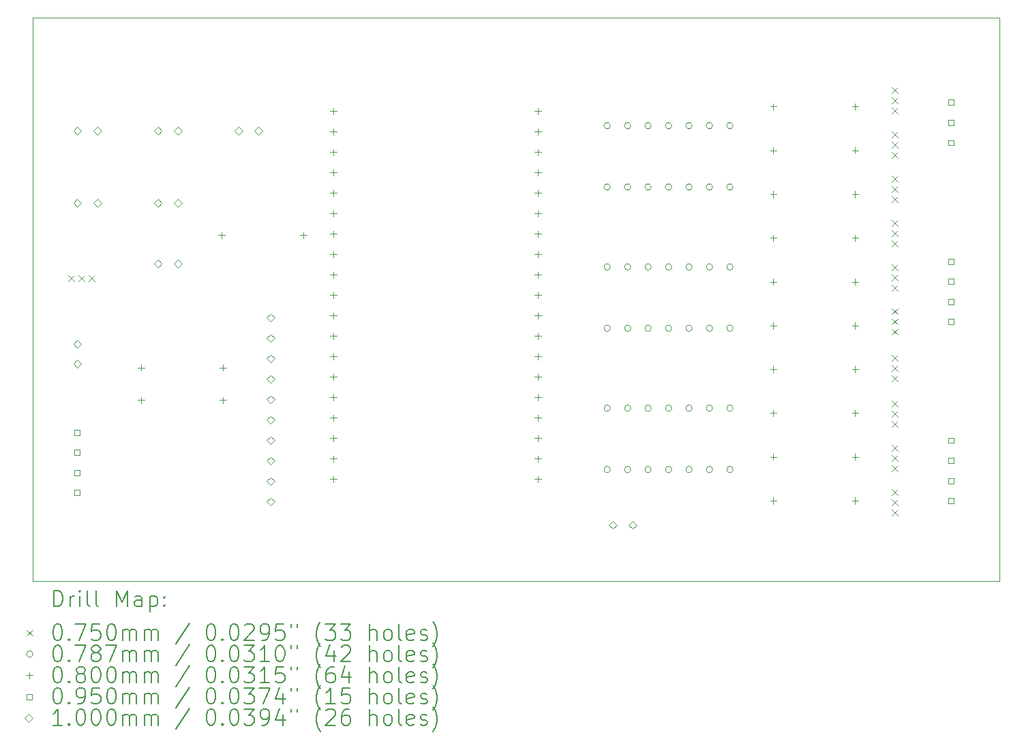
<source format=gbr>
%TF.GenerationSoftware,KiCad,Pcbnew,8.0.4*%
%TF.CreationDate,2024-09-13T19:47:27+02:00*%
%TF.ProjectId,smurf-box,736d7572-662d-4626-9f78-2e6b69636164,rev?*%
%TF.SameCoordinates,Original*%
%TF.FileFunction,Drillmap*%
%TF.FilePolarity,Positive*%
%FSLAX45Y45*%
G04 Gerber Fmt 4.5, Leading zero omitted, Abs format (unit mm)*
G04 Created by KiCad (PCBNEW 8.0.4) date 2024-09-13 19:47:27*
%MOMM*%
%LPD*%
G01*
G04 APERTURE LIST*
%ADD10C,0.050000*%
%ADD11C,0.200000*%
%ADD12C,0.100000*%
G04 APERTURE END LIST*
D10*
X4350000Y-6800000D02*
X16350000Y-6800000D01*
X16350000Y-13800000D01*
X4350000Y-13800000D01*
X4350000Y-6800000D01*
D11*
D12*
X4785500Y-9998500D02*
X4860500Y-10073500D01*
X4860500Y-9998500D02*
X4785500Y-10073500D01*
X4912500Y-9998500D02*
X4987500Y-10073500D01*
X4987500Y-9998500D02*
X4912500Y-10073500D01*
X5039500Y-9998500D02*
X5114500Y-10073500D01*
X5114500Y-9998500D02*
X5039500Y-10073500D01*
X15012500Y-12658500D02*
X15087500Y-12733500D01*
X15087500Y-12658500D02*
X15012500Y-12733500D01*
X15012500Y-12785500D02*
X15087500Y-12860500D01*
X15087500Y-12785500D02*
X15012500Y-12860500D01*
X15012500Y-12912500D02*
X15087500Y-12987500D01*
X15087500Y-12912500D02*
X15012500Y-12987500D01*
X15015000Y-7658500D02*
X15090000Y-7733500D01*
X15090000Y-7658500D02*
X15015000Y-7733500D01*
X15015000Y-7785500D02*
X15090000Y-7860500D01*
X15090000Y-7785500D02*
X15015000Y-7860500D01*
X15015000Y-7912500D02*
X15090000Y-7987500D01*
X15090000Y-7912500D02*
X15015000Y-7987500D01*
X15015000Y-8208500D02*
X15090000Y-8283500D01*
X15090000Y-8208500D02*
X15015000Y-8283500D01*
X15015000Y-8335500D02*
X15090000Y-8410500D01*
X15090000Y-8335500D02*
X15015000Y-8410500D01*
X15015000Y-8462500D02*
X15090000Y-8537500D01*
X15090000Y-8462500D02*
X15015000Y-8537500D01*
X15015000Y-8758500D02*
X15090000Y-8833500D01*
X15090000Y-8758500D02*
X15015000Y-8833500D01*
X15015000Y-8885500D02*
X15090000Y-8960500D01*
X15090000Y-8885500D02*
X15015000Y-8960500D01*
X15015000Y-9012500D02*
X15090000Y-9087500D01*
X15090000Y-9012500D02*
X15015000Y-9087500D01*
X15015000Y-9308500D02*
X15090000Y-9383500D01*
X15090000Y-9308500D02*
X15015000Y-9383500D01*
X15015000Y-9435500D02*
X15090000Y-9510500D01*
X15090000Y-9435500D02*
X15015000Y-9510500D01*
X15015000Y-9562500D02*
X15090000Y-9637500D01*
X15090000Y-9562500D02*
X15015000Y-9637500D01*
X15015000Y-9858500D02*
X15090000Y-9933500D01*
X15090000Y-9858500D02*
X15015000Y-9933500D01*
X15015000Y-9985500D02*
X15090000Y-10060500D01*
X15090000Y-9985500D02*
X15015000Y-10060500D01*
X15015000Y-10112500D02*
X15090000Y-10187500D01*
X15090000Y-10112500D02*
X15015000Y-10187500D01*
X15015000Y-10408500D02*
X15090000Y-10483500D01*
X15090000Y-10408500D02*
X15015000Y-10483500D01*
X15015000Y-10535500D02*
X15090000Y-10610500D01*
X15090000Y-10535500D02*
X15015000Y-10610500D01*
X15015000Y-10662500D02*
X15090000Y-10737500D01*
X15090000Y-10662500D02*
X15015000Y-10737500D01*
X15015000Y-10985500D02*
X15090000Y-11060500D01*
X15090000Y-10985500D02*
X15015000Y-11060500D01*
X15015000Y-11112500D02*
X15090000Y-11187500D01*
X15090000Y-11112500D02*
X15015000Y-11187500D01*
X15015000Y-11239500D02*
X15090000Y-11314500D01*
X15090000Y-11239500D02*
X15015000Y-11314500D01*
X15015000Y-11558500D02*
X15090000Y-11633500D01*
X15090000Y-11558500D02*
X15015000Y-11633500D01*
X15015000Y-11685500D02*
X15090000Y-11760500D01*
X15090000Y-11685500D02*
X15015000Y-11760500D01*
X15015000Y-11812500D02*
X15090000Y-11887500D01*
X15090000Y-11812500D02*
X15015000Y-11887500D01*
X15015000Y-12108500D02*
X15090000Y-12183500D01*
X15090000Y-12108500D02*
X15015000Y-12183500D01*
X15015000Y-12235500D02*
X15090000Y-12310500D01*
X15090000Y-12235500D02*
X15015000Y-12310500D01*
X15015000Y-12362500D02*
X15090000Y-12437500D01*
X15090000Y-12362500D02*
X15015000Y-12437500D01*
X11519370Y-8138000D02*
G75*
G02*
X11440630Y-8138000I-39370J0D01*
G01*
X11440630Y-8138000D02*
G75*
G02*
X11519370Y-8138000I39370J0D01*
G01*
X11519370Y-8900000D02*
G75*
G02*
X11440630Y-8900000I-39370J0D01*
G01*
X11440630Y-8900000D02*
G75*
G02*
X11519370Y-8900000I39370J0D01*
G01*
X11519370Y-9894000D02*
G75*
G02*
X11440630Y-9894000I-39370J0D01*
G01*
X11440630Y-9894000D02*
G75*
G02*
X11519370Y-9894000I39370J0D01*
G01*
X11519370Y-10656000D02*
G75*
G02*
X11440630Y-10656000I-39370J0D01*
G01*
X11440630Y-10656000D02*
G75*
G02*
X11519370Y-10656000I39370J0D01*
G01*
X11519370Y-11650000D02*
G75*
G02*
X11440630Y-11650000I-39370J0D01*
G01*
X11440630Y-11650000D02*
G75*
G02*
X11519370Y-11650000I39370J0D01*
G01*
X11519370Y-12412000D02*
G75*
G02*
X11440630Y-12412000I-39370J0D01*
G01*
X11440630Y-12412000D02*
G75*
G02*
X11519370Y-12412000I39370J0D01*
G01*
X11773370Y-8138000D02*
G75*
G02*
X11694630Y-8138000I-39370J0D01*
G01*
X11694630Y-8138000D02*
G75*
G02*
X11773370Y-8138000I39370J0D01*
G01*
X11773370Y-8900000D02*
G75*
G02*
X11694630Y-8900000I-39370J0D01*
G01*
X11694630Y-8900000D02*
G75*
G02*
X11773370Y-8900000I39370J0D01*
G01*
X11773370Y-9894000D02*
G75*
G02*
X11694630Y-9894000I-39370J0D01*
G01*
X11694630Y-9894000D02*
G75*
G02*
X11773370Y-9894000I39370J0D01*
G01*
X11773370Y-10656000D02*
G75*
G02*
X11694630Y-10656000I-39370J0D01*
G01*
X11694630Y-10656000D02*
G75*
G02*
X11773370Y-10656000I39370J0D01*
G01*
X11773370Y-11650000D02*
G75*
G02*
X11694630Y-11650000I-39370J0D01*
G01*
X11694630Y-11650000D02*
G75*
G02*
X11773370Y-11650000I39370J0D01*
G01*
X11773370Y-12412000D02*
G75*
G02*
X11694630Y-12412000I-39370J0D01*
G01*
X11694630Y-12412000D02*
G75*
G02*
X11773370Y-12412000I39370J0D01*
G01*
X12027370Y-8138000D02*
G75*
G02*
X11948630Y-8138000I-39370J0D01*
G01*
X11948630Y-8138000D02*
G75*
G02*
X12027370Y-8138000I39370J0D01*
G01*
X12027370Y-8900000D02*
G75*
G02*
X11948630Y-8900000I-39370J0D01*
G01*
X11948630Y-8900000D02*
G75*
G02*
X12027370Y-8900000I39370J0D01*
G01*
X12027370Y-9894000D02*
G75*
G02*
X11948630Y-9894000I-39370J0D01*
G01*
X11948630Y-9894000D02*
G75*
G02*
X12027370Y-9894000I39370J0D01*
G01*
X12027370Y-10656000D02*
G75*
G02*
X11948630Y-10656000I-39370J0D01*
G01*
X11948630Y-10656000D02*
G75*
G02*
X12027370Y-10656000I39370J0D01*
G01*
X12027370Y-11650000D02*
G75*
G02*
X11948630Y-11650000I-39370J0D01*
G01*
X11948630Y-11650000D02*
G75*
G02*
X12027370Y-11650000I39370J0D01*
G01*
X12027370Y-12412000D02*
G75*
G02*
X11948630Y-12412000I-39370J0D01*
G01*
X11948630Y-12412000D02*
G75*
G02*
X12027370Y-12412000I39370J0D01*
G01*
X12281370Y-8138000D02*
G75*
G02*
X12202630Y-8138000I-39370J0D01*
G01*
X12202630Y-8138000D02*
G75*
G02*
X12281370Y-8138000I39370J0D01*
G01*
X12281370Y-8900000D02*
G75*
G02*
X12202630Y-8900000I-39370J0D01*
G01*
X12202630Y-8900000D02*
G75*
G02*
X12281370Y-8900000I39370J0D01*
G01*
X12281370Y-9894000D02*
G75*
G02*
X12202630Y-9894000I-39370J0D01*
G01*
X12202630Y-9894000D02*
G75*
G02*
X12281370Y-9894000I39370J0D01*
G01*
X12281370Y-10656000D02*
G75*
G02*
X12202630Y-10656000I-39370J0D01*
G01*
X12202630Y-10656000D02*
G75*
G02*
X12281370Y-10656000I39370J0D01*
G01*
X12281370Y-11650000D02*
G75*
G02*
X12202630Y-11650000I-39370J0D01*
G01*
X12202630Y-11650000D02*
G75*
G02*
X12281370Y-11650000I39370J0D01*
G01*
X12281370Y-12412000D02*
G75*
G02*
X12202630Y-12412000I-39370J0D01*
G01*
X12202630Y-12412000D02*
G75*
G02*
X12281370Y-12412000I39370J0D01*
G01*
X12535370Y-8138000D02*
G75*
G02*
X12456630Y-8138000I-39370J0D01*
G01*
X12456630Y-8138000D02*
G75*
G02*
X12535370Y-8138000I39370J0D01*
G01*
X12535370Y-8900000D02*
G75*
G02*
X12456630Y-8900000I-39370J0D01*
G01*
X12456630Y-8900000D02*
G75*
G02*
X12535370Y-8900000I39370J0D01*
G01*
X12535370Y-9894000D02*
G75*
G02*
X12456630Y-9894000I-39370J0D01*
G01*
X12456630Y-9894000D02*
G75*
G02*
X12535370Y-9894000I39370J0D01*
G01*
X12535370Y-10656000D02*
G75*
G02*
X12456630Y-10656000I-39370J0D01*
G01*
X12456630Y-10656000D02*
G75*
G02*
X12535370Y-10656000I39370J0D01*
G01*
X12535370Y-11650000D02*
G75*
G02*
X12456630Y-11650000I-39370J0D01*
G01*
X12456630Y-11650000D02*
G75*
G02*
X12535370Y-11650000I39370J0D01*
G01*
X12535370Y-12412000D02*
G75*
G02*
X12456630Y-12412000I-39370J0D01*
G01*
X12456630Y-12412000D02*
G75*
G02*
X12535370Y-12412000I39370J0D01*
G01*
X12789370Y-8138000D02*
G75*
G02*
X12710630Y-8138000I-39370J0D01*
G01*
X12710630Y-8138000D02*
G75*
G02*
X12789370Y-8138000I39370J0D01*
G01*
X12789370Y-8900000D02*
G75*
G02*
X12710630Y-8900000I-39370J0D01*
G01*
X12710630Y-8900000D02*
G75*
G02*
X12789370Y-8900000I39370J0D01*
G01*
X12789370Y-9894000D02*
G75*
G02*
X12710630Y-9894000I-39370J0D01*
G01*
X12710630Y-9894000D02*
G75*
G02*
X12789370Y-9894000I39370J0D01*
G01*
X12789370Y-10656000D02*
G75*
G02*
X12710630Y-10656000I-39370J0D01*
G01*
X12710630Y-10656000D02*
G75*
G02*
X12789370Y-10656000I39370J0D01*
G01*
X12789370Y-11650000D02*
G75*
G02*
X12710630Y-11650000I-39370J0D01*
G01*
X12710630Y-11650000D02*
G75*
G02*
X12789370Y-11650000I39370J0D01*
G01*
X12789370Y-12412000D02*
G75*
G02*
X12710630Y-12412000I-39370J0D01*
G01*
X12710630Y-12412000D02*
G75*
G02*
X12789370Y-12412000I39370J0D01*
G01*
X13043370Y-8138000D02*
G75*
G02*
X12964630Y-8138000I-39370J0D01*
G01*
X12964630Y-8138000D02*
G75*
G02*
X13043370Y-8138000I39370J0D01*
G01*
X13043370Y-8900000D02*
G75*
G02*
X12964630Y-8900000I-39370J0D01*
G01*
X12964630Y-8900000D02*
G75*
G02*
X13043370Y-8900000I39370J0D01*
G01*
X13043370Y-9894000D02*
G75*
G02*
X12964630Y-9894000I-39370J0D01*
G01*
X12964630Y-9894000D02*
G75*
G02*
X13043370Y-9894000I39370J0D01*
G01*
X13043370Y-10656000D02*
G75*
G02*
X12964630Y-10656000I-39370J0D01*
G01*
X12964630Y-10656000D02*
G75*
G02*
X13043370Y-10656000I39370J0D01*
G01*
X13043370Y-11650000D02*
G75*
G02*
X12964630Y-11650000I-39370J0D01*
G01*
X12964630Y-11650000D02*
G75*
G02*
X13043370Y-11650000I39370J0D01*
G01*
X13043370Y-12412000D02*
G75*
G02*
X12964630Y-12412000I-39370J0D01*
G01*
X12964630Y-12412000D02*
G75*
G02*
X13043370Y-12412000I39370J0D01*
G01*
X5692000Y-11105000D02*
X5692000Y-11185000D01*
X5652000Y-11145000D02*
X5732000Y-11145000D01*
X5692000Y-11510000D02*
X5692000Y-11590000D01*
X5652000Y-11550000D02*
X5732000Y-11550000D01*
X6692000Y-9460000D02*
X6692000Y-9540000D01*
X6652000Y-9500000D02*
X6732000Y-9500000D01*
X6708000Y-11105000D02*
X6708000Y-11185000D01*
X6668000Y-11145000D02*
X6748000Y-11145000D01*
X6708000Y-11510000D02*
X6708000Y-11590000D01*
X6668000Y-11550000D02*
X6748000Y-11550000D01*
X7708000Y-9460000D02*
X7708000Y-9540000D01*
X7668000Y-9500000D02*
X7748000Y-9500000D01*
X8080000Y-7919656D02*
X8080000Y-7999656D01*
X8040000Y-7959656D02*
X8120000Y-7959656D01*
X8080000Y-8173656D02*
X8080000Y-8253656D01*
X8040000Y-8213656D02*
X8120000Y-8213656D01*
X8080000Y-8427656D02*
X8080000Y-8507656D01*
X8040000Y-8467656D02*
X8120000Y-8467656D01*
X8080000Y-8681656D02*
X8080000Y-8761656D01*
X8040000Y-8721656D02*
X8120000Y-8721656D01*
X8080000Y-8935656D02*
X8080000Y-9015656D01*
X8040000Y-8975656D02*
X8120000Y-8975656D01*
X8080000Y-9189656D02*
X8080000Y-9269656D01*
X8040000Y-9229656D02*
X8120000Y-9229656D01*
X8080000Y-9443656D02*
X8080000Y-9523656D01*
X8040000Y-9483656D02*
X8120000Y-9483656D01*
X8080000Y-9697656D02*
X8080000Y-9777656D01*
X8040000Y-9737656D02*
X8120000Y-9737656D01*
X8080000Y-9951656D02*
X8080000Y-10031656D01*
X8040000Y-9991656D02*
X8120000Y-9991656D01*
X8080000Y-10205656D02*
X8080000Y-10285656D01*
X8040000Y-10245656D02*
X8120000Y-10245656D01*
X8080000Y-10459656D02*
X8080000Y-10539656D01*
X8040000Y-10499656D02*
X8120000Y-10499656D01*
X8080000Y-10713656D02*
X8080000Y-10793656D01*
X8040000Y-10753656D02*
X8120000Y-10753656D01*
X8080000Y-10967656D02*
X8080000Y-11047656D01*
X8040000Y-11007656D02*
X8120000Y-11007656D01*
X8080000Y-11221656D02*
X8080000Y-11301656D01*
X8040000Y-11261656D02*
X8120000Y-11261656D01*
X8080000Y-11475656D02*
X8080000Y-11555656D01*
X8040000Y-11515656D02*
X8120000Y-11515656D01*
X8080000Y-11729656D02*
X8080000Y-11809656D01*
X8040000Y-11769656D02*
X8120000Y-11769656D01*
X8080000Y-11983656D02*
X8080000Y-12063656D01*
X8040000Y-12023656D02*
X8120000Y-12023656D01*
X8080000Y-12237656D02*
X8080000Y-12317656D01*
X8040000Y-12277656D02*
X8120000Y-12277656D01*
X8080000Y-12491656D02*
X8080000Y-12571656D01*
X8040000Y-12531656D02*
X8120000Y-12531656D01*
X10619632Y-12237384D02*
X10619632Y-12317384D01*
X10579632Y-12277384D02*
X10659632Y-12277384D01*
X10619632Y-12491384D02*
X10619632Y-12571384D01*
X10579632Y-12531384D02*
X10659632Y-12531384D01*
X10620000Y-7919656D02*
X10620000Y-7999656D01*
X10580000Y-7959656D02*
X10660000Y-7959656D01*
X10620000Y-8173656D02*
X10620000Y-8253656D01*
X10580000Y-8213656D02*
X10660000Y-8213656D01*
X10620000Y-8427656D02*
X10620000Y-8507656D01*
X10580000Y-8467656D02*
X10660000Y-8467656D01*
X10620000Y-8681656D02*
X10620000Y-8761656D01*
X10580000Y-8721656D02*
X10660000Y-8721656D01*
X10620000Y-8935656D02*
X10620000Y-9015656D01*
X10580000Y-8975656D02*
X10660000Y-8975656D01*
X10620000Y-9189656D02*
X10620000Y-9269656D01*
X10580000Y-9229656D02*
X10660000Y-9229656D01*
X10620000Y-9443656D02*
X10620000Y-9523656D01*
X10580000Y-9483656D02*
X10660000Y-9483656D01*
X10620000Y-9697656D02*
X10620000Y-9777656D01*
X10580000Y-9737656D02*
X10660000Y-9737656D01*
X10620000Y-9951656D02*
X10620000Y-10031656D01*
X10580000Y-9991656D02*
X10660000Y-9991656D01*
X10620000Y-10205656D02*
X10620000Y-10285656D01*
X10580000Y-10245656D02*
X10660000Y-10245656D01*
X10620000Y-10459656D02*
X10620000Y-10539656D01*
X10580000Y-10499656D02*
X10660000Y-10499656D01*
X10620000Y-10713656D02*
X10620000Y-10793656D01*
X10580000Y-10753656D02*
X10660000Y-10753656D01*
X10620000Y-10967656D02*
X10620000Y-11047656D01*
X10580000Y-11007656D02*
X10660000Y-11007656D01*
X10620000Y-11221656D02*
X10620000Y-11301656D01*
X10580000Y-11261656D02*
X10660000Y-11261656D01*
X10620000Y-11475656D02*
X10620000Y-11555656D01*
X10580000Y-11515656D02*
X10660000Y-11515656D01*
X10620000Y-11729656D02*
X10620000Y-11809656D01*
X10580000Y-11769656D02*
X10660000Y-11769656D01*
X10620000Y-11983656D02*
X10620000Y-12063656D01*
X10580000Y-12023656D02*
X10660000Y-12023656D01*
X13544500Y-7860000D02*
X13544500Y-7940000D01*
X13504500Y-7900000D02*
X13584500Y-7900000D01*
X13544500Y-8404444D02*
X13544500Y-8484444D01*
X13504500Y-8444444D02*
X13584500Y-8444444D01*
X13544500Y-8948889D02*
X13544500Y-9028889D01*
X13504500Y-8988889D02*
X13584500Y-8988889D01*
X13544500Y-9493333D02*
X13544500Y-9573333D01*
X13504500Y-9533333D02*
X13584500Y-9533333D01*
X13544500Y-10037778D02*
X13544500Y-10117778D01*
X13504500Y-10077778D02*
X13584500Y-10077778D01*
X13544500Y-10582222D02*
X13544500Y-10662222D01*
X13504500Y-10622222D02*
X13584500Y-10622222D01*
X13544500Y-11126666D02*
X13544500Y-11206666D01*
X13504500Y-11166666D02*
X13584500Y-11166666D01*
X13544500Y-11671111D02*
X13544500Y-11751111D01*
X13504500Y-11711111D02*
X13584500Y-11711111D01*
X13544500Y-12215555D02*
X13544500Y-12295555D01*
X13504500Y-12255555D02*
X13584500Y-12255555D01*
X13544500Y-12760000D02*
X13544500Y-12840000D01*
X13504500Y-12800000D02*
X13584500Y-12800000D01*
X14560500Y-7860000D02*
X14560500Y-7940000D01*
X14520500Y-7900000D02*
X14600500Y-7900000D01*
X14560500Y-8404444D02*
X14560500Y-8484444D01*
X14520500Y-8444444D02*
X14600500Y-8444444D01*
X14560500Y-8948889D02*
X14560500Y-9028889D01*
X14520500Y-8988889D02*
X14600500Y-8988889D01*
X14560500Y-9493333D02*
X14560500Y-9573333D01*
X14520500Y-9533333D02*
X14600500Y-9533333D01*
X14560500Y-10037778D02*
X14560500Y-10117778D01*
X14520500Y-10077778D02*
X14600500Y-10077778D01*
X14560500Y-10582222D02*
X14560500Y-10662222D01*
X14520500Y-10622222D02*
X14600500Y-10622222D01*
X14560500Y-11126666D02*
X14560500Y-11206666D01*
X14520500Y-11166666D02*
X14600500Y-11166666D01*
X14560500Y-11671111D02*
X14560500Y-11751111D01*
X14520500Y-11711111D02*
X14600500Y-11711111D01*
X14560500Y-12215555D02*
X14560500Y-12295555D01*
X14520500Y-12255555D02*
X14600500Y-12255555D01*
X14560500Y-12760000D02*
X14560500Y-12840000D01*
X14520500Y-12800000D02*
X14600500Y-12800000D01*
X4933588Y-11983588D02*
X4933588Y-11916412D01*
X4866412Y-11916412D01*
X4866412Y-11983588D01*
X4933588Y-11983588D01*
X4933588Y-12233588D02*
X4933588Y-12166412D01*
X4866412Y-12166412D01*
X4866412Y-12233588D01*
X4933588Y-12233588D01*
X4933588Y-12483588D02*
X4933588Y-12416412D01*
X4866412Y-12416412D01*
X4866412Y-12483588D01*
X4933588Y-12483588D01*
X4933588Y-12733588D02*
X4933588Y-12666412D01*
X4866412Y-12666412D01*
X4866412Y-12733588D01*
X4933588Y-12733588D01*
X15786088Y-7883588D02*
X15786088Y-7816412D01*
X15718912Y-7816412D01*
X15718912Y-7883588D01*
X15786088Y-7883588D01*
X15786088Y-8133588D02*
X15786088Y-8066412D01*
X15718912Y-8066412D01*
X15718912Y-8133588D01*
X15786088Y-8133588D01*
X15786088Y-8383588D02*
X15786088Y-8316412D01*
X15718912Y-8316412D01*
X15718912Y-8383588D01*
X15786088Y-8383588D01*
X15786088Y-9858588D02*
X15786088Y-9791412D01*
X15718912Y-9791412D01*
X15718912Y-9858588D01*
X15786088Y-9858588D01*
X15786088Y-10108588D02*
X15786088Y-10041412D01*
X15718912Y-10041412D01*
X15718912Y-10108588D01*
X15786088Y-10108588D01*
X15786088Y-10358588D02*
X15786088Y-10291412D01*
X15718912Y-10291412D01*
X15718912Y-10358588D01*
X15786088Y-10358588D01*
X15786088Y-10608588D02*
X15786088Y-10541412D01*
X15718912Y-10541412D01*
X15718912Y-10608588D01*
X15786088Y-10608588D01*
X15786088Y-12083588D02*
X15786088Y-12016412D01*
X15718912Y-12016412D01*
X15718912Y-12083588D01*
X15786088Y-12083588D01*
X15786088Y-12333588D02*
X15786088Y-12266412D01*
X15718912Y-12266412D01*
X15718912Y-12333588D01*
X15786088Y-12333588D01*
X15786088Y-12583588D02*
X15786088Y-12516412D01*
X15718912Y-12516412D01*
X15718912Y-12583588D01*
X15786088Y-12583588D01*
X15786088Y-12833588D02*
X15786088Y-12766412D01*
X15718912Y-12766412D01*
X15718912Y-12833588D01*
X15786088Y-12833588D01*
X4900000Y-8250000D02*
X4950000Y-8200000D01*
X4900000Y-8150000D01*
X4850000Y-8200000D01*
X4900000Y-8250000D01*
X4900000Y-9150000D02*
X4950000Y-9100000D01*
X4900000Y-9050000D01*
X4850000Y-9100000D01*
X4900000Y-9150000D01*
X4900000Y-10900000D02*
X4950000Y-10850000D01*
X4900000Y-10800000D01*
X4850000Y-10850000D01*
X4900000Y-10900000D01*
X4900000Y-11150000D02*
X4950000Y-11100000D01*
X4900000Y-11050000D01*
X4850000Y-11100000D01*
X4900000Y-11150000D01*
X5150000Y-8250000D02*
X5200000Y-8200000D01*
X5150000Y-8150000D01*
X5100000Y-8200000D01*
X5150000Y-8250000D01*
X5150000Y-9150000D02*
X5200000Y-9100000D01*
X5150000Y-9050000D01*
X5100000Y-9100000D01*
X5150000Y-9150000D01*
X5900000Y-8250000D02*
X5950000Y-8200000D01*
X5900000Y-8150000D01*
X5850000Y-8200000D01*
X5900000Y-8250000D01*
X5900000Y-9150000D02*
X5950000Y-9100000D01*
X5900000Y-9050000D01*
X5850000Y-9100000D01*
X5900000Y-9150000D01*
X5900000Y-9900000D02*
X5950000Y-9850000D01*
X5900000Y-9800000D01*
X5850000Y-9850000D01*
X5900000Y-9900000D01*
X6150000Y-8250000D02*
X6200000Y-8200000D01*
X6150000Y-8150000D01*
X6100000Y-8200000D01*
X6150000Y-8250000D01*
X6150000Y-9150000D02*
X6200000Y-9100000D01*
X6150000Y-9050000D01*
X6100000Y-9100000D01*
X6150000Y-9150000D01*
X6150000Y-9900000D02*
X6200000Y-9850000D01*
X6150000Y-9800000D01*
X6100000Y-9850000D01*
X6150000Y-9900000D01*
X6900000Y-8250000D02*
X6950000Y-8200000D01*
X6900000Y-8150000D01*
X6850000Y-8200000D01*
X6900000Y-8250000D01*
X7150000Y-8250000D02*
X7200000Y-8200000D01*
X7150000Y-8150000D01*
X7100000Y-8200000D01*
X7150000Y-8250000D01*
X7300000Y-10576000D02*
X7350000Y-10526000D01*
X7300000Y-10476000D01*
X7250000Y-10526000D01*
X7300000Y-10576000D01*
X7300000Y-10830000D02*
X7350000Y-10780000D01*
X7300000Y-10730000D01*
X7250000Y-10780000D01*
X7300000Y-10830000D01*
X7300000Y-11084000D02*
X7350000Y-11034000D01*
X7300000Y-10984000D01*
X7250000Y-11034000D01*
X7300000Y-11084000D01*
X7300000Y-11338000D02*
X7350000Y-11288000D01*
X7300000Y-11238000D01*
X7250000Y-11288000D01*
X7300000Y-11338000D01*
X7300000Y-11592000D02*
X7350000Y-11542000D01*
X7300000Y-11492000D01*
X7250000Y-11542000D01*
X7300000Y-11592000D01*
X7300000Y-11846000D02*
X7350000Y-11796000D01*
X7300000Y-11746000D01*
X7250000Y-11796000D01*
X7300000Y-11846000D01*
X7300000Y-12100000D02*
X7350000Y-12050000D01*
X7300000Y-12000000D01*
X7250000Y-12050000D01*
X7300000Y-12100000D01*
X7300000Y-12354000D02*
X7350000Y-12304000D01*
X7300000Y-12254000D01*
X7250000Y-12304000D01*
X7300000Y-12354000D01*
X7300000Y-12608000D02*
X7350000Y-12558000D01*
X7300000Y-12508000D01*
X7250000Y-12558000D01*
X7300000Y-12608000D01*
X7300000Y-12862000D02*
X7350000Y-12812000D01*
X7300000Y-12762000D01*
X7250000Y-12812000D01*
X7300000Y-12862000D01*
X11550000Y-13150000D02*
X11600000Y-13100000D01*
X11550000Y-13050000D01*
X11500000Y-13100000D01*
X11550000Y-13150000D01*
X11800000Y-13150000D02*
X11850000Y-13100000D01*
X11800000Y-13050000D01*
X11750000Y-13100000D01*
X11800000Y-13150000D01*
D11*
X4608277Y-14113984D02*
X4608277Y-13913984D01*
X4608277Y-13913984D02*
X4655896Y-13913984D01*
X4655896Y-13913984D02*
X4684467Y-13923508D01*
X4684467Y-13923508D02*
X4703515Y-13942555D01*
X4703515Y-13942555D02*
X4713039Y-13961603D01*
X4713039Y-13961603D02*
X4722563Y-13999698D01*
X4722563Y-13999698D02*
X4722563Y-14028269D01*
X4722563Y-14028269D02*
X4713039Y-14066365D01*
X4713039Y-14066365D02*
X4703515Y-14085412D01*
X4703515Y-14085412D02*
X4684467Y-14104460D01*
X4684467Y-14104460D02*
X4655896Y-14113984D01*
X4655896Y-14113984D02*
X4608277Y-14113984D01*
X4808277Y-14113984D02*
X4808277Y-13980650D01*
X4808277Y-14018746D02*
X4817801Y-13999698D01*
X4817801Y-13999698D02*
X4827324Y-13990174D01*
X4827324Y-13990174D02*
X4846372Y-13980650D01*
X4846372Y-13980650D02*
X4865420Y-13980650D01*
X4932086Y-14113984D02*
X4932086Y-13980650D01*
X4932086Y-13913984D02*
X4922563Y-13923508D01*
X4922563Y-13923508D02*
X4932086Y-13933031D01*
X4932086Y-13933031D02*
X4941610Y-13923508D01*
X4941610Y-13923508D02*
X4932086Y-13913984D01*
X4932086Y-13913984D02*
X4932086Y-13933031D01*
X5055896Y-14113984D02*
X5036848Y-14104460D01*
X5036848Y-14104460D02*
X5027324Y-14085412D01*
X5027324Y-14085412D02*
X5027324Y-13913984D01*
X5160658Y-14113984D02*
X5141610Y-14104460D01*
X5141610Y-14104460D02*
X5132086Y-14085412D01*
X5132086Y-14085412D02*
X5132086Y-13913984D01*
X5389229Y-14113984D02*
X5389229Y-13913984D01*
X5389229Y-13913984D02*
X5455896Y-14056841D01*
X5455896Y-14056841D02*
X5522563Y-13913984D01*
X5522563Y-13913984D02*
X5522563Y-14113984D01*
X5703515Y-14113984D02*
X5703515Y-14009222D01*
X5703515Y-14009222D02*
X5693991Y-13990174D01*
X5693991Y-13990174D02*
X5674943Y-13980650D01*
X5674943Y-13980650D02*
X5636848Y-13980650D01*
X5636848Y-13980650D02*
X5617801Y-13990174D01*
X5703515Y-14104460D02*
X5684467Y-14113984D01*
X5684467Y-14113984D02*
X5636848Y-14113984D01*
X5636848Y-14113984D02*
X5617801Y-14104460D01*
X5617801Y-14104460D02*
X5608277Y-14085412D01*
X5608277Y-14085412D02*
X5608277Y-14066365D01*
X5608277Y-14066365D02*
X5617801Y-14047317D01*
X5617801Y-14047317D02*
X5636848Y-14037793D01*
X5636848Y-14037793D02*
X5684467Y-14037793D01*
X5684467Y-14037793D02*
X5703515Y-14028269D01*
X5798753Y-13980650D02*
X5798753Y-14180650D01*
X5798753Y-13990174D02*
X5817801Y-13980650D01*
X5817801Y-13980650D02*
X5855896Y-13980650D01*
X5855896Y-13980650D02*
X5874943Y-13990174D01*
X5874943Y-13990174D02*
X5884467Y-13999698D01*
X5884467Y-13999698D02*
X5893991Y-14018746D01*
X5893991Y-14018746D02*
X5893991Y-14075888D01*
X5893991Y-14075888D02*
X5884467Y-14094936D01*
X5884467Y-14094936D02*
X5874943Y-14104460D01*
X5874943Y-14104460D02*
X5855896Y-14113984D01*
X5855896Y-14113984D02*
X5817801Y-14113984D01*
X5817801Y-14113984D02*
X5798753Y-14104460D01*
X5979705Y-14094936D02*
X5989229Y-14104460D01*
X5989229Y-14104460D02*
X5979705Y-14113984D01*
X5979705Y-14113984D02*
X5970182Y-14104460D01*
X5970182Y-14104460D02*
X5979705Y-14094936D01*
X5979705Y-14094936D02*
X5979705Y-14113984D01*
X5979705Y-13990174D02*
X5989229Y-13999698D01*
X5989229Y-13999698D02*
X5979705Y-14009222D01*
X5979705Y-14009222D02*
X5970182Y-13999698D01*
X5970182Y-13999698D02*
X5979705Y-13990174D01*
X5979705Y-13990174D02*
X5979705Y-14009222D01*
D12*
X4272500Y-14405000D02*
X4347500Y-14480000D01*
X4347500Y-14405000D02*
X4272500Y-14480000D01*
D11*
X4646372Y-14333984D02*
X4665420Y-14333984D01*
X4665420Y-14333984D02*
X4684467Y-14343508D01*
X4684467Y-14343508D02*
X4693991Y-14353031D01*
X4693991Y-14353031D02*
X4703515Y-14372079D01*
X4703515Y-14372079D02*
X4713039Y-14410174D01*
X4713039Y-14410174D02*
X4713039Y-14457793D01*
X4713039Y-14457793D02*
X4703515Y-14495888D01*
X4703515Y-14495888D02*
X4693991Y-14514936D01*
X4693991Y-14514936D02*
X4684467Y-14524460D01*
X4684467Y-14524460D02*
X4665420Y-14533984D01*
X4665420Y-14533984D02*
X4646372Y-14533984D01*
X4646372Y-14533984D02*
X4627324Y-14524460D01*
X4627324Y-14524460D02*
X4617801Y-14514936D01*
X4617801Y-14514936D02*
X4608277Y-14495888D01*
X4608277Y-14495888D02*
X4598753Y-14457793D01*
X4598753Y-14457793D02*
X4598753Y-14410174D01*
X4598753Y-14410174D02*
X4608277Y-14372079D01*
X4608277Y-14372079D02*
X4617801Y-14353031D01*
X4617801Y-14353031D02*
X4627324Y-14343508D01*
X4627324Y-14343508D02*
X4646372Y-14333984D01*
X4798753Y-14514936D02*
X4808277Y-14524460D01*
X4808277Y-14524460D02*
X4798753Y-14533984D01*
X4798753Y-14533984D02*
X4789229Y-14524460D01*
X4789229Y-14524460D02*
X4798753Y-14514936D01*
X4798753Y-14514936D02*
X4798753Y-14533984D01*
X4874944Y-14333984D02*
X5008277Y-14333984D01*
X5008277Y-14333984D02*
X4922563Y-14533984D01*
X5179705Y-14333984D02*
X5084467Y-14333984D01*
X5084467Y-14333984D02*
X5074944Y-14429222D01*
X5074944Y-14429222D02*
X5084467Y-14419698D01*
X5084467Y-14419698D02*
X5103515Y-14410174D01*
X5103515Y-14410174D02*
X5151134Y-14410174D01*
X5151134Y-14410174D02*
X5170182Y-14419698D01*
X5170182Y-14419698D02*
X5179705Y-14429222D01*
X5179705Y-14429222D02*
X5189229Y-14448269D01*
X5189229Y-14448269D02*
X5189229Y-14495888D01*
X5189229Y-14495888D02*
X5179705Y-14514936D01*
X5179705Y-14514936D02*
X5170182Y-14524460D01*
X5170182Y-14524460D02*
X5151134Y-14533984D01*
X5151134Y-14533984D02*
X5103515Y-14533984D01*
X5103515Y-14533984D02*
X5084467Y-14524460D01*
X5084467Y-14524460D02*
X5074944Y-14514936D01*
X5313039Y-14333984D02*
X5332086Y-14333984D01*
X5332086Y-14333984D02*
X5351134Y-14343508D01*
X5351134Y-14343508D02*
X5360658Y-14353031D01*
X5360658Y-14353031D02*
X5370182Y-14372079D01*
X5370182Y-14372079D02*
X5379705Y-14410174D01*
X5379705Y-14410174D02*
X5379705Y-14457793D01*
X5379705Y-14457793D02*
X5370182Y-14495888D01*
X5370182Y-14495888D02*
X5360658Y-14514936D01*
X5360658Y-14514936D02*
X5351134Y-14524460D01*
X5351134Y-14524460D02*
X5332086Y-14533984D01*
X5332086Y-14533984D02*
X5313039Y-14533984D01*
X5313039Y-14533984D02*
X5293991Y-14524460D01*
X5293991Y-14524460D02*
X5284467Y-14514936D01*
X5284467Y-14514936D02*
X5274944Y-14495888D01*
X5274944Y-14495888D02*
X5265420Y-14457793D01*
X5265420Y-14457793D02*
X5265420Y-14410174D01*
X5265420Y-14410174D02*
X5274944Y-14372079D01*
X5274944Y-14372079D02*
X5284467Y-14353031D01*
X5284467Y-14353031D02*
X5293991Y-14343508D01*
X5293991Y-14343508D02*
X5313039Y-14333984D01*
X5465420Y-14533984D02*
X5465420Y-14400650D01*
X5465420Y-14419698D02*
X5474944Y-14410174D01*
X5474944Y-14410174D02*
X5493991Y-14400650D01*
X5493991Y-14400650D02*
X5522563Y-14400650D01*
X5522563Y-14400650D02*
X5541610Y-14410174D01*
X5541610Y-14410174D02*
X5551134Y-14429222D01*
X5551134Y-14429222D02*
X5551134Y-14533984D01*
X5551134Y-14429222D02*
X5560658Y-14410174D01*
X5560658Y-14410174D02*
X5579705Y-14400650D01*
X5579705Y-14400650D02*
X5608277Y-14400650D01*
X5608277Y-14400650D02*
X5627324Y-14410174D01*
X5627324Y-14410174D02*
X5636848Y-14429222D01*
X5636848Y-14429222D02*
X5636848Y-14533984D01*
X5732086Y-14533984D02*
X5732086Y-14400650D01*
X5732086Y-14419698D02*
X5741610Y-14410174D01*
X5741610Y-14410174D02*
X5760658Y-14400650D01*
X5760658Y-14400650D02*
X5789229Y-14400650D01*
X5789229Y-14400650D02*
X5808277Y-14410174D01*
X5808277Y-14410174D02*
X5817801Y-14429222D01*
X5817801Y-14429222D02*
X5817801Y-14533984D01*
X5817801Y-14429222D02*
X5827324Y-14410174D01*
X5827324Y-14410174D02*
X5846372Y-14400650D01*
X5846372Y-14400650D02*
X5874943Y-14400650D01*
X5874943Y-14400650D02*
X5893991Y-14410174D01*
X5893991Y-14410174D02*
X5903515Y-14429222D01*
X5903515Y-14429222D02*
X5903515Y-14533984D01*
X6293991Y-14324460D02*
X6122563Y-14581603D01*
X6551134Y-14333984D02*
X6570182Y-14333984D01*
X6570182Y-14333984D02*
X6589229Y-14343508D01*
X6589229Y-14343508D02*
X6598753Y-14353031D01*
X6598753Y-14353031D02*
X6608277Y-14372079D01*
X6608277Y-14372079D02*
X6617801Y-14410174D01*
X6617801Y-14410174D02*
X6617801Y-14457793D01*
X6617801Y-14457793D02*
X6608277Y-14495888D01*
X6608277Y-14495888D02*
X6598753Y-14514936D01*
X6598753Y-14514936D02*
X6589229Y-14524460D01*
X6589229Y-14524460D02*
X6570182Y-14533984D01*
X6570182Y-14533984D02*
X6551134Y-14533984D01*
X6551134Y-14533984D02*
X6532086Y-14524460D01*
X6532086Y-14524460D02*
X6522563Y-14514936D01*
X6522563Y-14514936D02*
X6513039Y-14495888D01*
X6513039Y-14495888D02*
X6503515Y-14457793D01*
X6503515Y-14457793D02*
X6503515Y-14410174D01*
X6503515Y-14410174D02*
X6513039Y-14372079D01*
X6513039Y-14372079D02*
X6522563Y-14353031D01*
X6522563Y-14353031D02*
X6532086Y-14343508D01*
X6532086Y-14343508D02*
X6551134Y-14333984D01*
X6703515Y-14514936D02*
X6713039Y-14524460D01*
X6713039Y-14524460D02*
X6703515Y-14533984D01*
X6703515Y-14533984D02*
X6693991Y-14524460D01*
X6693991Y-14524460D02*
X6703515Y-14514936D01*
X6703515Y-14514936D02*
X6703515Y-14533984D01*
X6836848Y-14333984D02*
X6855896Y-14333984D01*
X6855896Y-14333984D02*
X6874944Y-14343508D01*
X6874944Y-14343508D02*
X6884467Y-14353031D01*
X6884467Y-14353031D02*
X6893991Y-14372079D01*
X6893991Y-14372079D02*
X6903515Y-14410174D01*
X6903515Y-14410174D02*
X6903515Y-14457793D01*
X6903515Y-14457793D02*
X6893991Y-14495888D01*
X6893991Y-14495888D02*
X6884467Y-14514936D01*
X6884467Y-14514936D02*
X6874944Y-14524460D01*
X6874944Y-14524460D02*
X6855896Y-14533984D01*
X6855896Y-14533984D02*
X6836848Y-14533984D01*
X6836848Y-14533984D02*
X6817801Y-14524460D01*
X6817801Y-14524460D02*
X6808277Y-14514936D01*
X6808277Y-14514936D02*
X6798753Y-14495888D01*
X6798753Y-14495888D02*
X6789229Y-14457793D01*
X6789229Y-14457793D02*
X6789229Y-14410174D01*
X6789229Y-14410174D02*
X6798753Y-14372079D01*
X6798753Y-14372079D02*
X6808277Y-14353031D01*
X6808277Y-14353031D02*
X6817801Y-14343508D01*
X6817801Y-14343508D02*
X6836848Y-14333984D01*
X6979706Y-14353031D02*
X6989229Y-14343508D01*
X6989229Y-14343508D02*
X7008277Y-14333984D01*
X7008277Y-14333984D02*
X7055896Y-14333984D01*
X7055896Y-14333984D02*
X7074944Y-14343508D01*
X7074944Y-14343508D02*
X7084467Y-14353031D01*
X7084467Y-14353031D02*
X7093991Y-14372079D01*
X7093991Y-14372079D02*
X7093991Y-14391127D01*
X7093991Y-14391127D02*
X7084467Y-14419698D01*
X7084467Y-14419698D02*
X6970182Y-14533984D01*
X6970182Y-14533984D02*
X7093991Y-14533984D01*
X7189229Y-14533984D02*
X7227325Y-14533984D01*
X7227325Y-14533984D02*
X7246372Y-14524460D01*
X7246372Y-14524460D02*
X7255896Y-14514936D01*
X7255896Y-14514936D02*
X7274944Y-14486365D01*
X7274944Y-14486365D02*
X7284467Y-14448269D01*
X7284467Y-14448269D02*
X7284467Y-14372079D01*
X7284467Y-14372079D02*
X7274944Y-14353031D01*
X7274944Y-14353031D02*
X7265420Y-14343508D01*
X7265420Y-14343508D02*
X7246372Y-14333984D01*
X7246372Y-14333984D02*
X7208277Y-14333984D01*
X7208277Y-14333984D02*
X7189229Y-14343508D01*
X7189229Y-14343508D02*
X7179706Y-14353031D01*
X7179706Y-14353031D02*
X7170182Y-14372079D01*
X7170182Y-14372079D02*
X7170182Y-14419698D01*
X7170182Y-14419698D02*
X7179706Y-14438746D01*
X7179706Y-14438746D02*
X7189229Y-14448269D01*
X7189229Y-14448269D02*
X7208277Y-14457793D01*
X7208277Y-14457793D02*
X7246372Y-14457793D01*
X7246372Y-14457793D02*
X7265420Y-14448269D01*
X7265420Y-14448269D02*
X7274944Y-14438746D01*
X7274944Y-14438746D02*
X7284467Y-14419698D01*
X7465420Y-14333984D02*
X7370182Y-14333984D01*
X7370182Y-14333984D02*
X7360658Y-14429222D01*
X7360658Y-14429222D02*
X7370182Y-14419698D01*
X7370182Y-14419698D02*
X7389229Y-14410174D01*
X7389229Y-14410174D02*
X7436848Y-14410174D01*
X7436848Y-14410174D02*
X7455896Y-14419698D01*
X7455896Y-14419698D02*
X7465420Y-14429222D01*
X7465420Y-14429222D02*
X7474944Y-14448269D01*
X7474944Y-14448269D02*
X7474944Y-14495888D01*
X7474944Y-14495888D02*
X7465420Y-14514936D01*
X7465420Y-14514936D02*
X7455896Y-14524460D01*
X7455896Y-14524460D02*
X7436848Y-14533984D01*
X7436848Y-14533984D02*
X7389229Y-14533984D01*
X7389229Y-14533984D02*
X7370182Y-14524460D01*
X7370182Y-14524460D02*
X7360658Y-14514936D01*
X7551134Y-14333984D02*
X7551134Y-14372079D01*
X7627325Y-14333984D02*
X7627325Y-14372079D01*
X7922563Y-14610174D02*
X7913039Y-14600650D01*
X7913039Y-14600650D02*
X7893991Y-14572079D01*
X7893991Y-14572079D02*
X7884468Y-14553031D01*
X7884468Y-14553031D02*
X7874944Y-14524460D01*
X7874944Y-14524460D02*
X7865420Y-14476841D01*
X7865420Y-14476841D02*
X7865420Y-14438746D01*
X7865420Y-14438746D02*
X7874944Y-14391127D01*
X7874944Y-14391127D02*
X7884468Y-14362555D01*
X7884468Y-14362555D02*
X7893991Y-14343508D01*
X7893991Y-14343508D02*
X7913039Y-14314936D01*
X7913039Y-14314936D02*
X7922563Y-14305412D01*
X7979706Y-14333984D02*
X8103515Y-14333984D01*
X8103515Y-14333984D02*
X8036848Y-14410174D01*
X8036848Y-14410174D02*
X8065420Y-14410174D01*
X8065420Y-14410174D02*
X8084468Y-14419698D01*
X8084468Y-14419698D02*
X8093991Y-14429222D01*
X8093991Y-14429222D02*
X8103515Y-14448269D01*
X8103515Y-14448269D02*
X8103515Y-14495888D01*
X8103515Y-14495888D02*
X8093991Y-14514936D01*
X8093991Y-14514936D02*
X8084468Y-14524460D01*
X8084468Y-14524460D02*
X8065420Y-14533984D01*
X8065420Y-14533984D02*
X8008277Y-14533984D01*
X8008277Y-14533984D02*
X7989229Y-14524460D01*
X7989229Y-14524460D02*
X7979706Y-14514936D01*
X8170182Y-14333984D02*
X8293991Y-14333984D01*
X8293991Y-14333984D02*
X8227325Y-14410174D01*
X8227325Y-14410174D02*
X8255896Y-14410174D01*
X8255896Y-14410174D02*
X8274944Y-14419698D01*
X8274944Y-14419698D02*
X8284468Y-14429222D01*
X8284468Y-14429222D02*
X8293991Y-14448269D01*
X8293991Y-14448269D02*
X8293991Y-14495888D01*
X8293991Y-14495888D02*
X8284468Y-14514936D01*
X8284468Y-14514936D02*
X8274944Y-14524460D01*
X8274944Y-14524460D02*
X8255896Y-14533984D01*
X8255896Y-14533984D02*
X8198753Y-14533984D01*
X8198753Y-14533984D02*
X8179706Y-14524460D01*
X8179706Y-14524460D02*
X8170182Y-14514936D01*
X8532087Y-14533984D02*
X8532087Y-14333984D01*
X8617801Y-14533984D02*
X8617801Y-14429222D01*
X8617801Y-14429222D02*
X8608277Y-14410174D01*
X8608277Y-14410174D02*
X8589230Y-14400650D01*
X8589230Y-14400650D02*
X8560658Y-14400650D01*
X8560658Y-14400650D02*
X8541611Y-14410174D01*
X8541611Y-14410174D02*
X8532087Y-14419698D01*
X8741611Y-14533984D02*
X8722563Y-14524460D01*
X8722563Y-14524460D02*
X8713039Y-14514936D01*
X8713039Y-14514936D02*
X8703515Y-14495888D01*
X8703515Y-14495888D02*
X8703515Y-14438746D01*
X8703515Y-14438746D02*
X8713039Y-14419698D01*
X8713039Y-14419698D02*
X8722563Y-14410174D01*
X8722563Y-14410174D02*
X8741611Y-14400650D01*
X8741611Y-14400650D02*
X8770182Y-14400650D01*
X8770182Y-14400650D02*
X8789230Y-14410174D01*
X8789230Y-14410174D02*
X8798753Y-14419698D01*
X8798753Y-14419698D02*
X8808277Y-14438746D01*
X8808277Y-14438746D02*
X8808277Y-14495888D01*
X8808277Y-14495888D02*
X8798753Y-14514936D01*
X8798753Y-14514936D02*
X8789230Y-14524460D01*
X8789230Y-14524460D02*
X8770182Y-14533984D01*
X8770182Y-14533984D02*
X8741611Y-14533984D01*
X8922563Y-14533984D02*
X8903515Y-14524460D01*
X8903515Y-14524460D02*
X8893992Y-14505412D01*
X8893992Y-14505412D02*
X8893992Y-14333984D01*
X9074944Y-14524460D02*
X9055896Y-14533984D01*
X9055896Y-14533984D02*
X9017801Y-14533984D01*
X9017801Y-14533984D02*
X8998753Y-14524460D01*
X8998753Y-14524460D02*
X8989230Y-14505412D01*
X8989230Y-14505412D02*
X8989230Y-14429222D01*
X8989230Y-14429222D02*
X8998753Y-14410174D01*
X8998753Y-14410174D02*
X9017801Y-14400650D01*
X9017801Y-14400650D02*
X9055896Y-14400650D01*
X9055896Y-14400650D02*
X9074944Y-14410174D01*
X9074944Y-14410174D02*
X9084468Y-14429222D01*
X9084468Y-14429222D02*
X9084468Y-14448269D01*
X9084468Y-14448269D02*
X8989230Y-14467317D01*
X9160658Y-14524460D02*
X9179706Y-14533984D01*
X9179706Y-14533984D02*
X9217801Y-14533984D01*
X9217801Y-14533984D02*
X9236849Y-14524460D01*
X9236849Y-14524460D02*
X9246373Y-14505412D01*
X9246373Y-14505412D02*
X9246373Y-14495888D01*
X9246373Y-14495888D02*
X9236849Y-14476841D01*
X9236849Y-14476841D02*
X9217801Y-14467317D01*
X9217801Y-14467317D02*
X9189230Y-14467317D01*
X9189230Y-14467317D02*
X9170182Y-14457793D01*
X9170182Y-14457793D02*
X9160658Y-14438746D01*
X9160658Y-14438746D02*
X9160658Y-14429222D01*
X9160658Y-14429222D02*
X9170182Y-14410174D01*
X9170182Y-14410174D02*
X9189230Y-14400650D01*
X9189230Y-14400650D02*
X9217801Y-14400650D01*
X9217801Y-14400650D02*
X9236849Y-14410174D01*
X9313039Y-14610174D02*
X9322563Y-14600650D01*
X9322563Y-14600650D02*
X9341611Y-14572079D01*
X9341611Y-14572079D02*
X9351134Y-14553031D01*
X9351134Y-14553031D02*
X9360658Y-14524460D01*
X9360658Y-14524460D02*
X9370182Y-14476841D01*
X9370182Y-14476841D02*
X9370182Y-14438746D01*
X9370182Y-14438746D02*
X9360658Y-14391127D01*
X9360658Y-14391127D02*
X9351134Y-14362555D01*
X9351134Y-14362555D02*
X9341611Y-14343508D01*
X9341611Y-14343508D02*
X9322563Y-14314936D01*
X9322563Y-14314936D02*
X9313039Y-14305412D01*
D12*
X4347500Y-14706500D02*
G75*
G02*
X4268760Y-14706500I-39370J0D01*
G01*
X4268760Y-14706500D02*
G75*
G02*
X4347500Y-14706500I39370J0D01*
G01*
D11*
X4646372Y-14597984D02*
X4665420Y-14597984D01*
X4665420Y-14597984D02*
X4684467Y-14607508D01*
X4684467Y-14607508D02*
X4693991Y-14617031D01*
X4693991Y-14617031D02*
X4703515Y-14636079D01*
X4703515Y-14636079D02*
X4713039Y-14674174D01*
X4713039Y-14674174D02*
X4713039Y-14721793D01*
X4713039Y-14721793D02*
X4703515Y-14759888D01*
X4703515Y-14759888D02*
X4693991Y-14778936D01*
X4693991Y-14778936D02*
X4684467Y-14788460D01*
X4684467Y-14788460D02*
X4665420Y-14797984D01*
X4665420Y-14797984D02*
X4646372Y-14797984D01*
X4646372Y-14797984D02*
X4627324Y-14788460D01*
X4627324Y-14788460D02*
X4617801Y-14778936D01*
X4617801Y-14778936D02*
X4608277Y-14759888D01*
X4608277Y-14759888D02*
X4598753Y-14721793D01*
X4598753Y-14721793D02*
X4598753Y-14674174D01*
X4598753Y-14674174D02*
X4608277Y-14636079D01*
X4608277Y-14636079D02*
X4617801Y-14617031D01*
X4617801Y-14617031D02*
X4627324Y-14607508D01*
X4627324Y-14607508D02*
X4646372Y-14597984D01*
X4798753Y-14778936D02*
X4808277Y-14788460D01*
X4808277Y-14788460D02*
X4798753Y-14797984D01*
X4798753Y-14797984D02*
X4789229Y-14788460D01*
X4789229Y-14788460D02*
X4798753Y-14778936D01*
X4798753Y-14778936D02*
X4798753Y-14797984D01*
X4874944Y-14597984D02*
X5008277Y-14597984D01*
X5008277Y-14597984D02*
X4922563Y-14797984D01*
X5113039Y-14683698D02*
X5093991Y-14674174D01*
X5093991Y-14674174D02*
X5084467Y-14664650D01*
X5084467Y-14664650D02*
X5074944Y-14645603D01*
X5074944Y-14645603D02*
X5074944Y-14636079D01*
X5074944Y-14636079D02*
X5084467Y-14617031D01*
X5084467Y-14617031D02*
X5093991Y-14607508D01*
X5093991Y-14607508D02*
X5113039Y-14597984D01*
X5113039Y-14597984D02*
X5151134Y-14597984D01*
X5151134Y-14597984D02*
X5170182Y-14607508D01*
X5170182Y-14607508D02*
X5179705Y-14617031D01*
X5179705Y-14617031D02*
X5189229Y-14636079D01*
X5189229Y-14636079D02*
X5189229Y-14645603D01*
X5189229Y-14645603D02*
X5179705Y-14664650D01*
X5179705Y-14664650D02*
X5170182Y-14674174D01*
X5170182Y-14674174D02*
X5151134Y-14683698D01*
X5151134Y-14683698D02*
X5113039Y-14683698D01*
X5113039Y-14683698D02*
X5093991Y-14693222D01*
X5093991Y-14693222D02*
X5084467Y-14702746D01*
X5084467Y-14702746D02*
X5074944Y-14721793D01*
X5074944Y-14721793D02*
X5074944Y-14759888D01*
X5074944Y-14759888D02*
X5084467Y-14778936D01*
X5084467Y-14778936D02*
X5093991Y-14788460D01*
X5093991Y-14788460D02*
X5113039Y-14797984D01*
X5113039Y-14797984D02*
X5151134Y-14797984D01*
X5151134Y-14797984D02*
X5170182Y-14788460D01*
X5170182Y-14788460D02*
X5179705Y-14778936D01*
X5179705Y-14778936D02*
X5189229Y-14759888D01*
X5189229Y-14759888D02*
X5189229Y-14721793D01*
X5189229Y-14721793D02*
X5179705Y-14702746D01*
X5179705Y-14702746D02*
X5170182Y-14693222D01*
X5170182Y-14693222D02*
X5151134Y-14683698D01*
X5255896Y-14597984D02*
X5389229Y-14597984D01*
X5389229Y-14597984D02*
X5303515Y-14797984D01*
X5465420Y-14797984D02*
X5465420Y-14664650D01*
X5465420Y-14683698D02*
X5474944Y-14674174D01*
X5474944Y-14674174D02*
X5493991Y-14664650D01*
X5493991Y-14664650D02*
X5522563Y-14664650D01*
X5522563Y-14664650D02*
X5541610Y-14674174D01*
X5541610Y-14674174D02*
X5551134Y-14693222D01*
X5551134Y-14693222D02*
X5551134Y-14797984D01*
X5551134Y-14693222D02*
X5560658Y-14674174D01*
X5560658Y-14674174D02*
X5579705Y-14664650D01*
X5579705Y-14664650D02*
X5608277Y-14664650D01*
X5608277Y-14664650D02*
X5627324Y-14674174D01*
X5627324Y-14674174D02*
X5636848Y-14693222D01*
X5636848Y-14693222D02*
X5636848Y-14797984D01*
X5732086Y-14797984D02*
X5732086Y-14664650D01*
X5732086Y-14683698D02*
X5741610Y-14674174D01*
X5741610Y-14674174D02*
X5760658Y-14664650D01*
X5760658Y-14664650D02*
X5789229Y-14664650D01*
X5789229Y-14664650D02*
X5808277Y-14674174D01*
X5808277Y-14674174D02*
X5817801Y-14693222D01*
X5817801Y-14693222D02*
X5817801Y-14797984D01*
X5817801Y-14693222D02*
X5827324Y-14674174D01*
X5827324Y-14674174D02*
X5846372Y-14664650D01*
X5846372Y-14664650D02*
X5874943Y-14664650D01*
X5874943Y-14664650D02*
X5893991Y-14674174D01*
X5893991Y-14674174D02*
X5903515Y-14693222D01*
X5903515Y-14693222D02*
X5903515Y-14797984D01*
X6293991Y-14588460D02*
X6122563Y-14845603D01*
X6551134Y-14597984D02*
X6570182Y-14597984D01*
X6570182Y-14597984D02*
X6589229Y-14607508D01*
X6589229Y-14607508D02*
X6598753Y-14617031D01*
X6598753Y-14617031D02*
X6608277Y-14636079D01*
X6608277Y-14636079D02*
X6617801Y-14674174D01*
X6617801Y-14674174D02*
X6617801Y-14721793D01*
X6617801Y-14721793D02*
X6608277Y-14759888D01*
X6608277Y-14759888D02*
X6598753Y-14778936D01*
X6598753Y-14778936D02*
X6589229Y-14788460D01*
X6589229Y-14788460D02*
X6570182Y-14797984D01*
X6570182Y-14797984D02*
X6551134Y-14797984D01*
X6551134Y-14797984D02*
X6532086Y-14788460D01*
X6532086Y-14788460D02*
X6522563Y-14778936D01*
X6522563Y-14778936D02*
X6513039Y-14759888D01*
X6513039Y-14759888D02*
X6503515Y-14721793D01*
X6503515Y-14721793D02*
X6503515Y-14674174D01*
X6503515Y-14674174D02*
X6513039Y-14636079D01*
X6513039Y-14636079D02*
X6522563Y-14617031D01*
X6522563Y-14617031D02*
X6532086Y-14607508D01*
X6532086Y-14607508D02*
X6551134Y-14597984D01*
X6703515Y-14778936D02*
X6713039Y-14788460D01*
X6713039Y-14788460D02*
X6703515Y-14797984D01*
X6703515Y-14797984D02*
X6693991Y-14788460D01*
X6693991Y-14788460D02*
X6703515Y-14778936D01*
X6703515Y-14778936D02*
X6703515Y-14797984D01*
X6836848Y-14597984D02*
X6855896Y-14597984D01*
X6855896Y-14597984D02*
X6874944Y-14607508D01*
X6874944Y-14607508D02*
X6884467Y-14617031D01*
X6884467Y-14617031D02*
X6893991Y-14636079D01*
X6893991Y-14636079D02*
X6903515Y-14674174D01*
X6903515Y-14674174D02*
X6903515Y-14721793D01*
X6903515Y-14721793D02*
X6893991Y-14759888D01*
X6893991Y-14759888D02*
X6884467Y-14778936D01*
X6884467Y-14778936D02*
X6874944Y-14788460D01*
X6874944Y-14788460D02*
X6855896Y-14797984D01*
X6855896Y-14797984D02*
X6836848Y-14797984D01*
X6836848Y-14797984D02*
X6817801Y-14788460D01*
X6817801Y-14788460D02*
X6808277Y-14778936D01*
X6808277Y-14778936D02*
X6798753Y-14759888D01*
X6798753Y-14759888D02*
X6789229Y-14721793D01*
X6789229Y-14721793D02*
X6789229Y-14674174D01*
X6789229Y-14674174D02*
X6798753Y-14636079D01*
X6798753Y-14636079D02*
X6808277Y-14617031D01*
X6808277Y-14617031D02*
X6817801Y-14607508D01*
X6817801Y-14607508D02*
X6836848Y-14597984D01*
X6970182Y-14597984D02*
X7093991Y-14597984D01*
X7093991Y-14597984D02*
X7027325Y-14674174D01*
X7027325Y-14674174D02*
X7055896Y-14674174D01*
X7055896Y-14674174D02*
X7074944Y-14683698D01*
X7074944Y-14683698D02*
X7084467Y-14693222D01*
X7084467Y-14693222D02*
X7093991Y-14712269D01*
X7093991Y-14712269D02*
X7093991Y-14759888D01*
X7093991Y-14759888D02*
X7084467Y-14778936D01*
X7084467Y-14778936D02*
X7074944Y-14788460D01*
X7074944Y-14788460D02*
X7055896Y-14797984D01*
X7055896Y-14797984D02*
X6998753Y-14797984D01*
X6998753Y-14797984D02*
X6979706Y-14788460D01*
X6979706Y-14788460D02*
X6970182Y-14778936D01*
X7284467Y-14797984D02*
X7170182Y-14797984D01*
X7227325Y-14797984D02*
X7227325Y-14597984D01*
X7227325Y-14597984D02*
X7208277Y-14626555D01*
X7208277Y-14626555D02*
X7189229Y-14645603D01*
X7189229Y-14645603D02*
X7170182Y-14655127D01*
X7408277Y-14597984D02*
X7427325Y-14597984D01*
X7427325Y-14597984D02*
X7446372Y-14607508D01*
X7446372Y-14607508D02*
X7455896Y-14617031D01*
X7455896Y-14617031D02*
X7465420Y-14636079D01*
X7465420Y-14636079D02*
X7474944Y-14674174D01*
X7474944Y-14674174D02*
X7474944Y-14721793D01*
X7474944Y-14721793D02*
X7465420Y-14759888D01*
X7465420Y-14759888D02*
X7455896Y-14778936D01*
X7455896Y-14778936D02*
X7446372Y-14788460D01*
X7446372Y-14788460D02*
X7427325Y-14797984D01*
X7427325Y-14797984D02*
X7408277Y-14797984D01*
X7408277Y-14797984D02*
X7389229Y-14788460D01*
X7389229Y-14788460D02*
X7379706Y-14778936D01*
X7379706Y-14778936D02*
X7370182Y-14759888D01*
X7370182Y-14759888D02*
X7360658Y-14721793D01*
X7360658Y-14721793D02*
X7360658Y-14674174D01*
X7360658Y-14674174D02*
X7370182Y-14636079D01*
X7370182Y-14636079D02*
X7379706Y-14617031D01*
X7379706Y-14617031D02*
X7389229Y-14607508D01*
X7389229Y-14607508D02*
X7408277Y-14597984D01*
X7551134Y-14597984D02*
X7551134Y-14636079D01*
X7627325Y-14597984D02*
X7627325Y-14636079D01*
X7922563Y-14874174D02*
X7913039Y-14864650D01*
X7913039Y-14864650D02*
X7893991Y-14836079D01*
X7893991Y-14836079D02*
X7884468Y-14817031D01*
X7884468Y-14817031D02*
X7874944Y-14788460D01*
X7874944Y-14788460D02*
X7865420Y-14740841D01*
X7865420Y-14740841D02*
X7865420Y-14702746D01*
X7865420Y-14702746D02*
X7874944Y-14655127D01*
X7874944Y-14655127D02*
X7884468Y-14626555D01*
X7884468Y-14626555D02*
X7893991Y-14607508D01*
X7893991Y-14607508D02*
X7913039Y-14578936D01*
X7913039Y-14578936D02*
X7922563Y-14569412D01*
X8084468Y-14664650D02*
X8084468Y-14797984D01*
X8036848Y-14588460D02*
X7989229Y-14731317D01*
X7989229Y-14731317D02*
X8113039Y-14731317D01*
X8179706Y-14617031D02*
X8189229Y-14607508D01*
X8189229Y-14607508D02*
X8208277Y-14597984D01*
X8208277Y-14597984D02*
X8255896Y-14597984D01*
X8255896Y-14597984D02*
X8274944Y-14607508D01*
X8274944Y-14607508D02*
X8284468Y-14617031D01*
X8284468Y-14617031D02*
X8293991Y-14636079D01*
X8293991Y-14636079D02*
X8293991Y-14655127D01*
X8293991Y-14655127D02*
X8284468Y-14683698D01*
X8284468Y-14683698D02*
X8170182Y-14797984D01*
X8170182Y-14797984D02*
X8293991Y-14797984D01*
X8532087Y-14797984D02*
X8532087Y-14597984D01*
X8617801Y-14797984D02*
X8617801Y-14693222D01*
X8617801Y-14693222D02*
X8608277Y-14674174D01*
X8608277Y-14674174D02*
X8589230Y-14664650D01*
X8589230Y-14664650D02*
X8560658Y-14664650D01*
X8560658Y-14664650D02*
X8541611Y-14674174D01*
X8541611Y-14674174D02*
X8532087Y-14683698D01*
X8741611Y-14797984D02*
X8722563Y-14788460D01*
X8722563Y-14788460D02*
X8713039Y-14778936D01*
X8713039Y-14778936D02*
X8703515Y-14759888D01*
X8703515Y-14759888D02*
X8703515Y-14702746D01*
X8703515Y-14702746D02*
X8713039Y-14683698D01*
X8713039Y-14683698D02*
X8722563Y-14674174D01*
X8722563Y-14674174D02*
X8741611Y-14664650D01*
X8741611Y-14664650D02*
X8770182Y-14664650D01*
X8770182Y-14664650D02*
X8789230Y-14674174D01*
X8789230Y-14674174D02*
X8798753Y-14683698D01*
X8798753Y-14683698D02*
X8808277Y-14702746D01*
X8808277Y-14702746D02*
X8808277Y-14759888D01*
X8808277Y-14759888D02*
X8798753Y-14778936D01*
X8798753Y-14778936D02*
X8789230Y-14788460D01*
X8789230Y-14788460D02*
X8770182Y-14797984D01*
X8770182Y-14797984D02*
X8741611Y-14797984D01*
X8922563Y-14797984D02*
X8903515Y-14788460D01*
X8903515Y-14788460D02*
X8893992Y-14769412D01*
X8893992Y-14769412D02*
X8893992Y-14597984D01*
X9074944Y-14788460D02*
X9055896Y-14797984D01*
X9055896Y-14797984D02*
X9017801Y-14797984D01*
X9017801Y-14797984D02*
X8998753Y-14788460D01*
X8998753Y-14788460D02*
X8989230Y-14769412D01*
X8989230Y-14769412D02*
X8989230Y-14693222D01*
X8989230Y-14693222D02*
X8998753Y-14674174D01*
X8998753Y-14674174D02*
X9017801Y-14664650D01*
X9017801Y-14664650D02*
X9055896Y-14664650D01*
X9055896Y-14664650D02*
X9074944Y-14674174D01*
X9074944Y-14674174D02*
X9084468Y-14693222D01*
X9084468Y-14693222D02*
X9084468Y-14712269D01*
X9084468Y-14712269D02*
X8989230Y-14731317D01*
X9160658Y-14788460D02*
X9179706Y-14797984D01*
X9179706Y-14797984D02*
X9217801Y-14797984D01*
X9217801Y-14797984D02*
X9236849Y-14788460D01*
X9236849Y-14788460D02*
X9246373Y-14769412D01*
X9246373Y-14769412D02*
X9246373Y-14759888D01*
X9246373Y-14759888D02*
X9236849Y-14740841D01*
X9236849Y-14740841D02*
X9217801Y-14731317D01*
X9217801Y-14731317D02*
X9189230Y-14731317D01*
X9189230Y-14731317D02*
X9170182Y-14721793D01*
X9170182Y-14721793D02*
X9160658Y-14702746D01*
X9160658Y-14702746D02*
X9160658Y-14693222D01*
X9160658Y-14693222D02*
X9170182Y-14674174D01*
X9170182Y-14674174D02*
X9189230Y-14664650D01*
X9189230Y-14664650D02*
X9217801Y-14664650D01*
X9217801Y-14664650D02*
X9236849Y-14674174D01*
X9313039Y-14874174D02*
X9322563Y-14864650D01*
X9322563Y-14864650D02*
X9341611Y-14836079D01*
X9341611Y-14836079D02*
X9351134Y-14817031D01*
X9351134Y-14817031D02*
X9360658Y-14788460D01*
X9360658Y-14788460D02*
X9370182Y-14740841D01*
X9370182Y-14740841D02*
X9370182Y-14702746D01*
X9370182Y-14702746D02*
X9360658Y-14655127D01*
X9360658Y-14655127D02*
X9351134Y-14626555D01*
X9351134Y-14626555D02*
X9341611Y-14607508D01*
X9341611Y-14607508D02*
X9322563Y-14578936D01*
X9322563Y-14578936D02*
X9313039Y-14569412D01*
D12*
X4307500Y-14930500D02*
X4307500Y-15010500D01*
X4267500Y-14970500D02*
X4347500Y-14970500D01*
D11*
X4646372Y-14861984D02*
X4665420Y-14861984D01*
X4665420Y-14861984D02*
X4684467Y-14871508D01*
X4684467Y-14871508D02*
X4693991Y-14881031D01*
X4693991Y-14881031D02*
X4703515Y-14900079D01*
X4703515Y-14900079D02*
X4713039Y-14938174D01*
X4713039Y-14938174D02*
X4713039Y-14985793D01*
X4713039Y-14985793D02*
X4703515Y-15023888D01*
X4703515Y-15023888D02*
X4693991Y-15042936D01*
X4693991Y-15042936D02*
X4684467Y-15052460D01*
X4684467Y-15052460D02*
X4665420Y-15061984D01*
X4665420Y-15061984D02*
X4646372Y-15061984D01*
X4646372Y-15061984D02*
X4627324Y-15052460D01*
X4627324Y-15052460D02*
X4617801Y-15042936D01*
X4617801Y-15042936D02*
X4608277Y-15023888D01*
X4608277Y-15023888D02*
X4598753Y-14985793D01*
X4598753Y-14985793D02*
X4598753Y-14938174D01*
X4598753Y-14938174D02*
X4608277Y-14900079D01*
X4608277Y-14900079D02*
X4617801Y-14881031D01*
X4617801Y-14881031D02*
X4627324Y-14871508D01*
X4627324Y-14871508D02*
X4646372Y-14861984D01*
X4798753Y-15042936D02*
X4808277Y-15052460D01*
X4808277Y-15052460D02*
X4798753Y-15061984D01*
X4798753Y-15061984D02*
X4789229Y-15052460D01*
X4789229Y-15052460D02*
X4798753Y-15042936D01*
X4798753Y-15042936D02*
X4798753Y-15061984D01*
X4922563Y-14947698D02*
X4903515Y-14938174D01*
X4903515Y-14938174D02*
X4893991Y-14928650D01*
X4893991Y-14928650D02*
X4884467Y-14909603D01*
X4884467Y-14909603D02*
X4884467Y-14900079D01*
X4884467Y-14900079D02*
X4893991Y-14881031D01*
X4893991Y-14881031D02*
X4903515Y-14871508D01*
X4903515Y-14871508D02*
X4922563Y-14861984D01*
X4922563Y-14861984D02*
X4960658Y-14861984D01*
X4960658Y-14861984D02*
X4979705Y-14871508D01*
X4979705Y-14871508D02*
X4989229Y-14881031D01*
X4989229Y-14881031D02*
X4998753Y-14900079D01*
X4998753Y-14900079D02*
X4998753Y-14909603D01*
X4998753Y-14909603D02*
X4989229Y-14928650D01*
X4989229Y-14928650D02*
X4979705Y-14938174D01*
X4979705Y-14938174D02*
X4960658Y-14947698D01*
X4960658Y-14947698D02*
X4922563Y-14947698D01*
X4922563Y-14947698D02*
X4903515Y-14957222D01*
X4903515Y-14957222D02*
X4893991Y-14966746D01*
X4893991Y-14966746D02*
X4884467Y-14985793D01*
X4884467Y-14985793D02*
X4884467Y-15023888D01*
X4884467Y-15023888D02*
X4893991Y-15042936D01*
X4893991Y-15042936D02*
X4903515Y-15052460D01*
X4903515Y-15052460D02*
X4922563Y-15061984D01*
X4922563Y-15061984D02*
X4960658Y-15061984D01*
X4960658Y-15061984D02*
X4979705Y-15052460D01*
X4979705Y-15052460D02*
X4989229Y-15042936D01*
X4989229Y-15042936D02*
X4998753Y-15023888D01*
X4998753Y-15023888D02*
X4998753Y-14985793D01*
X4998753Y-14985793D02*
X4989229Y-14966746D01*
X4989229Y-14966746D02*
X4979705Y-14957222D01*
X4979705Y-14957222D02*
X4960658Y-14947698D01*
X5122563Y-14861984D02*
X5141610Y-14861984D01*
X5141610Y-14861984D02*
X5160658Y-14871508D01*
X5160658Y-14871508D02*
X5170182Y-14881031D01*
X5170182Y-14881031D02*
X5179705Y-14900079D01*
X5179705Y-14900079D02*
X5189229Y-14938174D01*
X5189229Y-14938174D02*
X5189229Y-14985793D01*
X5189229Y-14985793D02*
X5179705Y-15023888D01*
X5179705Y-15023888D02*
X5170182Y-15042936D01*
X5170182Y-15042936D02*
X5160658Y-15052460D01*
X5160658Y-15052460D02*
X5141610Y-15061984D01*
X5141610Y-15061984D02*
X5122563Y-15061984D01*
X5122563Y-15061984D02*
X5103515Y-15052460D01*
X5103515Y-15052460D02*
X5093991Y-15042936D01*
X5093991Y-15042936D02*
X5084467Y-15023888D01*
X5084467Y-15023888D02*
X5074944Y-14985793D01*
X5074944Y-14985793D02*
X5074944Y-14938174D01*
X5074944Y-14938174D02*
X5084467Y-14900079D01*
X5084467Y-14900079D02*
X5093991Y-14881031D01*
X5093991Y-14881031D02*
X5103515Y-14871508D01*
X5103515Y-14871508D02*
X5122563Y-14861984D01*
X5313039Y-14861984D02*
X5332086Y-14861984D01*
X5332086Y-14861984D02*
X5351134Y-14871508D01*
X5351134Y-14871508D02*
X5360658Y-14881031D01*
X5360658Y-14881031D02*
X5370182Y-14900079D01*
X5370182Y-14900079D02*
X5379705Y-14938174D01*
X5379705Y-14938174D02*
X5379705Y-14985793D01*
X5379705Y-14985793D02*
X5370182Y-15023888D01*
X5370182Y-15023888D02*
X5360658Y-15042936D01*
X5360658Y-15042936D02*
X5351134Y-15052460D01*
X5351134Y-15052460D02*
X5332086Y-15061984D01*
X5332086Y-15061984D02*
X5313039Y-15061984D01*
X5313039Y-15061984D02*
X5293991Y-15052460D01*
X5293991Y-15052460D02*
X5284467Y-15042936D01*
X5284467Y-15042936D02*
X5274944Y-15023888D01*
X5274944Y-15023888D02*
X5265420Y-14985793D01*
X5265420Y-14985793D02*
X5265420Y-14938174D01*
X5265420Y-14938174D02*
X5274944Y-14900079D01*
X5274944Y-14900079D02*
X5284467Y-14881031D01*
X5284467Y-14881031D02*
X5293991Y-14871508D01*
X5293991Y-14871508D02*
X5313039Y-14861984D01*
X5465420Y-15061984D02*
X5465420Y-14928650D01*
X5465420Y-14947698D02*
X5474944Y-14938174D01*
X5474944Y-14938174D02*
X5493991Y-14928650D01*
X5493991Y-14928650D02*
X5522563Y-14928650D01*
X5522563Y-14928650D02*
X5541610Y-14938174D01*
X5541610Y-14938174D02*
X5551134Y-14957222D01*
X5551134Y-14957222D02*
X5551134Y-15061984D01*
X5551134Y-14957222D02*
X5560658Y-14938174D01*
X5560658Y-14938174D02*
X5579705Y-14928650D01*
X5579705Y-14928650D02*
X5608277Y-14928650D01*
X5608277Y-14928650D02*
X5627324Y-14938174D01*
X5627324Y-14938174D02*
X5636848Y-14957222D01*
X5636848Y-14957222D02*
X5636848Y-15061984D01*
X5732086Y-15061984D02*
X5732086Y-14928650D01*
X5732086Y-14947698D02*
X5741610Y-14938174D01*
X5741610Y-14938174D02*
X5760658Y-14928650D01*
X5760658Y-14928650D02*
X5789229Y-14928650D01*
X5789229Y-14928650D02*
X5808277Y-14938174D01*
X5808277Y-14938174D02*
X5817801Y-14957222D01*
X5817801Y-14957222D02*
X5817801Y-15061984D01*
X5817801Y-14957222D02*
X5827324Y-14938174D01*
X5827324Y-14938174D02*
X5846372Y-14928650D01*
X5846372Y-14928650D02*
X5874943Y-14928650D01*
X5874943Y-14928650D02*
X5893991Y-14938174D01*
X5893991Y-14938174D02*
X5903515Y-14957222D01*
X5903515Y-14957222D02*
X5903515Y-15061984D01*
X6293991Y-14852460D02*
X6122563Y-15109603D01*
X6551134Y-14861984D02*
X6570182Y-14861984D01*
X6570182Y-14861984D02*
X6589229Y-14871508D01*
X6589229Y-14871508D02*
X6598753Y-14881031D01*
X6598753Y-14881031D02*
X6608277Y-14900079D01*
X6608277Y-14900079D02*
X6617801Y-14938174D01*
X6617801Y-14938174D02*
X6617801Y-14985793D01*
X6617801Y-14985793D02*
X6608277Y-15023888D01*
X6608277Y-15023888D02*
X6598753Y-15042936D01*
X6598753Y-15042936D02*
X6589229Y-15052460D01*
X6589229Y-15052460D02*
X6570182Y-15061984D01*
X6570182Y-15061984D02*
X6551134Y-15061984D01*
X6551134Y-15061984D02*
X6532086Y-15052460D01*
X6532086Y-15052460D02*
X6522563Y-15042936D01*
X6522563Y-15042936D02*
X6513039Y-15023888D01*
X6513039Y-15023888D02*
X6503515Y-14985793D01*
X6503515Y-14985793D02*
X6503515Y-14938174D01*
X6503515Y-14938174D02*
X6513039Y-14900079D01*
X6513039Y-14900079D02*
X6522563Y-14881031D01*
X6522563Y-14881031D02*
X6532086Y-14871508D01*
X6532086Y-14871508D02*
X6551134Y-14861984D01*
X6703515Y-15042936D02*
X6713039Y-15052460D01*
X6713039Y-15052460D02*
X6703515Y-15061984D01*
X6703515Y-15061984D02*
X6693991Y-15052460D01*
X6693991Y-15052460D02*
X6703515Y-15042936D01*
X6703515Y-15042936D02*
X6703515Y-15061984D01*
X6836848Y-14861984D02*
X6855896Y-14861984D01*
X6855896Y-14861984D02*
X6874944Y-14871508D01*
X6874944Y-14871508D02*
X6884467Y-14881031D01*
X6884467Y-14881031D02*
X6893991Y-14900079D01*
X6893991Y-14900079D02*
X6903515Y-14938174D01*
X6903515Y-14938174D02*
X6903515Y-14985793D01*
X6903515Y-14985793D02*
X6893991Y-15023888D01*
X6893991Y-15023888D02*
X6884467Y-15042936D01*
X6884467Y-15042936D02*
X6874944Y-15052460D01*
X6874944Y-15052460D02*
X6855896Y-15061984D01*
X6855896Y-15061984D02*
X6836848Y-15061984D01*
X6836848Y-15061984D02*
X6817801Y-15052460D01*
X6817801Y-15052460D02*
X6808277Y-15042936D01*
X6808277Y-15042936D02*
X6798753Y-15023888D01*
X6798753Y-15023888D02*
X6789229Y-14985793D01*
X6789229Y-14985793D02*
X6789229Y-14938174D01*
X6789229Y-14938174D02*
X6798753Y-14900079D01*
X6798753Y-14900079D02*
X6808277Y-14881031D01*
X6808277Y-14881031D02*
X6817801Y-14871508D01*
X6817801Y-14871508D02*
X6836848Y-14861984D01*
X6970182Y-14861984D02*
X7093991Y-14861984D01*
X7093991Y-14861984D02*
X7027325Y-14938174D01*
X7027325Y-14938174D02*
X7055896Y-14938174D01*
X7055896Y-14938174D02*
X7074944Y-14947698D01*
X7074944Y-14947698D02*
X7084467Y-14957222D01*
X7084467Y-14957222D02*
X7093991Y-14976269D01*
X7093991Y-14976269D02*
X7093991Y-15023888D01*
X7093991Y-15023888D02*
X7084467Y-15042936D01*
X7084467Y-15042936D02*
X7074944Y-15052460D01*
X7074944Y-15052460D02*
X7055896Y-15061984D01*
X7055896Y-15061984D02*
X6998753Y-15061984D01*
X6998753Y-15061984D02*
X6979706Y-15052460D01*
X6979706Y-15052460D02*
X6970182Y-15042936D01*
X7284467Y-15061984D02*
X7170182Y-15061984D01*
X7227325Y-15061984D02*
X7227325Y-14861984D01*
X7227325Y-14861984D02*
X7208277Y-14890555D01*
X7208277Y-14890555D02*
X7189229Y-14909603D01*
X7189229Y-14909603D02*
X7170182Y-14919127D01*
X7465420Y-14861984D02*
X7370182Y-14861984D01*
X7370182Y-14861984D02*
X7360658Y-14957222D01*
X7360658Y-14957222D02*
X7370182Y-14947698D01*
X7370182Y-14947698D02*
X7389229Y-14938174D01*
X7389229Y-14938174D02*
X7436848Y-14938174D01*
X7436848Y-14938174D02*
X7455896Y-14947698D01*
X7455896Y-14947698D02*
X7465420Y-14957222D01*
X7465420Y-14957222D02*
X7474944Y-14976269D01*
X7474944Y-14976269D02*
X7474944Y-15023888D01*
X7474944Y-15023888D02*
X7465420Y-15042936D01*
X7465420Y-15042936D02*
X7455896Y-15052460D01*
X7455896Y-15052460D02*
X7436848Y-15061984D01*
X7436848Y-15061984D02*
X7389229Y-15061984D01*
X7389229Y-15061984D02*
X7370182Y-15052460D01*
X7370182Y-15052460D02*
X7360658Y-15042936D01*
X7551134Y-14861984D02*
X7551134Y-14900079D01*
X7627325Y-14861984D02*
X7627325Y-14900079D01*
X7922563Y-15138174D02*
X7913039Y-15128650D01*
X7913039Y-15128650D02*
X7893991Y-15100079D01*
X7893991Y-15100079D02*
X7884468Y-15081031D01*
X7884468Y-15081031D02*
X7874944Y-15052460D01*
X7874944Y-15052460D02*
X7865420Y-15004841D01*
X7865420Y-15004841D02*
X7865420Y-14966746D01*
X7865420Y-14966746D02*
X7874944Y-14919127D01*
X7874944Y-14919127D02*
X7884468Y-14890555D01*
X7884468Y-14890555D02*
X7893991Y-14871508D01*
X7893991Y-14871508D02*
X7913039Y-14842936D01*
X7913039Y-14842936D02*
X7922563Y-14833412D01*
X8084468Y-14861984D02*
X8046372Y-14861984D01*
X8046372Y-14861984D02*
X8027325Y-14871508D01*
X8027325Y-14871508D02*
X8017801Y-14881031D01*
X8017801Y-14881031D02*
X7998753Y-14909603D01*
X7998753Y-14909603D02*
X7989229Y-14947698D01*
X7989229Y-14947698D02*
X7989229Y-15023888D01*
X7989229Y-15023888D02*
X7998753Y-15042936D01*
X7998753Y-15042936D02*
X8008277Y-15052460D01*
X8008277Y-15052460D02*
X8027325Y-15061984D01*
X8027325Y-15061984D02*
X8065420Y-15061984D01*
X8065420Y-15061984D02*
X8084468Y-15052460D01*
X8084468Y-15052460D02*
X8093991Y-15042936D01*
X8093991Y-15042936D02*
X8103515Y-15023888D01*
X8103515Y-15023888D02*
X8103515Y-14976269D01*
X8103515Y-14976269D02*
X8093991Y-14957222D01*
X8093991Y-14957222D02*
X8084468Y-14947698D01*
X8084468Y-14947698D02*
X8065420Y-14938174D01*
X8065420Y-14938174D02*
X8027325Y-14938174D01*
X8027325Y-14938174D02*
X8008277Y-14947698D01*
X8008277Y-14947698D02*
X7998753Y-14957222D01*
X7998753Y-14957222D02*
X7989229Y-14976269D01*
X8274944Y-14928650D02*
X8274944Y-15061984D01*
X8227325Y-14852460D02*
X8179706Y-14995317D01*
X8179706Y-14995317D02*
X8303515Y-14995317D01*
X8532087Y-15061984D02*
X8532087Y-14861984D01*
X8617801Y-15061984D02*
X8617801Y-14957222D01*
X8617801Y-14957222D02*
X8608277Y-14938174D01*
X8608277Y-14938174D02*
X8589230Y-14928650D01*
X8589230Y-14928650D02*
X8560658Y-14928650D01*
X8560658Y-14928650D02*
X8541611Y-14938174D01*
X8541611Y-14938174D02*
X8532087Y-14947698D01*
X8741611Y-15061984D02*
X8722563Y-15052460D01*
X8722563Y-15052460D02*
X8713039Y-15042936D01*
X8713039Y-15042936D02*
X8703515Y-15023888D01*
X8703515Y-15023888D02*
X8703515Y-14966746D01*
X8703515Y-14966746D02*
X8713039Y-14947698D01*
X8713039Y-14947698D02*
X8722563Y-14938174D01*
X8722563Y-14938174D02*
X8741611Y-14928650D01*
X8741611Y-14928650D02*
X8770182Y-14928650D01*
X8770182Y-14928650D02*
X8789230Y-14938174D01*
X8789230Y-14938174D02*
X8798753Y-14947698D01*
X8798753Y-14947698D02*
X8808277Y-14966746D01*
X8808277Y-14966746D02*
X8808277Y-15023888D01*
X8808277Y-15023888D02*
X8798753Y-15042936D01*
X8798753Y-15042936D02*
X8789230Y-15052460D01*
X8789230Y-15052460D02*
X8770182Y-15061984D01*
X8770182Y-15061984D02*
X8741611Y-15061984D01*
X8922563Y-15061984D02*
X8903515Y-15052460D01*
X8903515Y-15052460D02*
X8893992Y-15033412D01*
X8893992Y-15033412D02*
X8893992Y-14861984D01*
X9074944Y-15052460D02*
X9055896Y-15061984D01*
X9055896Y-15061984D02*
X9017801Y-15061984D01*
X9017801Y-15061984D02*
X8998753Y-15052460D01*
X8998753Y-15052460D02*
X8989230Y-15033412D01*
X8989230Y-15033412D02*
X8989230Y-14957222D01*
X8989230Y-14957222D02*
X8998753Y-14938174D01*
X8998753Y-14938174D02*
X9017801Y-14928650D01*
X9017801Y-14928650D02*
X9055896Y-14928650D01*
X9055896Y-14928650D02*
X9074944Y-14938174D01*
X9074944Y-14938174D02*
X9084468Y-14957222D01*
X9084468Y-14957222D02*
X9084468Y-14976269D01*
X9084468Y-14976269D02*
X8989230Y-14995317D01*
X9160658Y-15052460D02*
X9179706Y-15061984D01*
X9179706Y-15061984D02*
X9217801Y-15061984D01*
X9217801Y-15061984D02*
X9236849Y-15052460D01*
X9236849Y-15052460D02*
X9246373Y-15033412D01*
X9246373Y-15033412D02*
X9246373Y-15023888D01*
X9246373Y-15023888D02*
X9236849Y-15004841D01*
X9236849Y-15004841D02*
X9217801Y-14995317D01*
X9217801Y-14995317D02*
X9189230Y-14995317D01*
X9189230Y-14995317D02*
X9170182Y-14985793D01*
X9170182Y-14985793D02*
X9160658Y-14966746D01*
X9160658Y-14966746D02*
X9160658Y-14957222D01*
X9160658Y-14957222D02*
X9170182Y-14938174D01*
X9170182Y-14938174D02*
X9189230Y-14928650D01*
X9189230Y-14928650D02*
X9217801Y-14928650D01*
X9217801Y-14928650D02*
X9236849Y-14938174D01*
X9313039Y-15138174D02*
X9322563Y-15128650D01*
X9322563Y-15128650D02*
X9341611Y-15100079D01*
X9341611Y-15100079D02*
X9351134Y-15081031D01*
X9351134Y-15081031D02*
X9360658Y-15052460D01*
X9360658Y-15052460D02*
X9370182Y-15004841D01*
X9370182Y-15004841D02*
X9370182Y-14966746D01*
X9370182Y-14966746D02*
X9360658Y-14919127D01*
X9360658Y-14919127D02*
X9351134Y-14890555D01*
X9351134Y-14890555D02*
X9341611Y-14871508D01*
X9341611Y-14871508D02*
X9322563Y-14842936D01*
X9322563Y-14842936D02*
X9313039Y-14833412D01*
D12*
X4333588Y-15268088D02*
X4333588Y-15200912D01*
X4266412Y-15200912D01*
X4266412Y-15268088D01*
X4333588Y-15268088D01*
D11*
X4646372Y-15125984D02*
X4665420Y-15125984D01*
X4665420Y-15125984D02*
X4684467Y-15135508D01*
X4684467Y-15135508D02*
X4693991Y-15145031D01*
X4693991Y-15145031D02*
X4703515Y-15164079D01*
X4703515Y-15164079D02*
X4713039Y-15202174D01*
X4713039Y-15202174D02*
X4713039Y-15249793D01*
X4713039Y-15249793D02*
X4703515Y-15287888D01*
X4703515Y-15287888D02*
X4693991Y-15306936D01*
X4693991Y-15306936D02*
X4684467Y-15316460D01*
X4684467Y-15316460D02*
X4665420Y-15325984D01*
X4665420Y-15325984D02*
X4646372Y-15325984D01*
X4646372Y-15325984D02*
X4627324Y-15316460D01*
X4627324Y-15316460D02*
X4617801Y-15306936D01*
X4617801Y-15306936D02*
X4608277Y-15287888D01*
X4608277Y-15287888D02*
X4598753Y-15249793D01*
X4598753Y-15249793D02*
X4598753Y-15202174D01*
X4598753Y-15202174D02*
X4608277Y-15164079D01*
X4608277Y-15164079D02*
X4617801Y-15145031D01*
X4617801Y-15145031D02*
X4627324Y-15135508D01*
X4627324Y-15135508D02*
X4646372Y-15125984D01*
X4798753Y-15306936D02*
X4808277Y-15316460D01*
X4808277Y-15316460D02*
X4798753Y-15325984D01*
X4798753Y-15325984D02*
X4789229Y-15316460D01*
X4789229Y-15316460D02*
X4798753Y-15306936D01*
X4798753Y-15306936D02*
X4798753Y-15325984D01*
X4903515Y-15325984D02*
X4941610Y-15325984D01*
X4941610Y-15325984D02*
X4960658Y-15316460D01*
X4960658Y-15316460D02*
X4970182Y-15306936D01*
X4970182Y-15306936D02*
X4989229Y-15278365D01*
X4989229Y-15278365D02*
X4998753Y-15240269D01*
X4998753Y-15240269D02*
X4998753Y-15164079D01*
X4998753Y-15164079D02*
X4989229Y-15145031D01*
X4989229Y-15145031D02*
X4979705Y-15135508D01*
X4979705Y-15135508D02*
X4960658Y-15125984D01*
X4960658Y-15125984D02*
X4922563Y-15125984D01*
X4922563Y-15125984D02*
X4903515Y-15135508D01*
X4903515Y-15135508D02*
X4893991Y-15145031D01*
X4893991Y-15145031D02*
X4884467Y-15164079D01*
X4884467Y-15164079D02*
X4884467Y-15211698D01*
X4884467Y-15211698D02*
X4893991Y-15230746D01*
X4893991Y-15230746D02*
X4903515Y-15240269D01*
X4903515Y-15240269D02*
X4922563Y-15249793D01*
X4922563Y-15249793D02*
X4960658Y-15249793D01*
X4960658Y-15249793D02*
X4979705Y-15240269D01*
X4979705Y-15240269D02*
X4989229Y-15230746D01*
X4989229Y-15230746D02*
X4998753Y-15211698D01*
X5179705Y-15125984D02*
X5084467Y-15125984D01*
X5084467Y-15125984D02*
X5074944Y-15221222D01*
X5074944Y-15221222D02*
X5084467Y-15211698D01*
X5084467Y-15211698D02*
X5103515Y-15202174D01*
X5103515Y-15202174D02*
X5151134Y-15202174D01*
X5151134Y-15202174D02*
X5170182Y-15211698D01*
X5170182Y-15211698D02*
X5179705Y-15221222D01*
X5179705Y-15221222D02*
X5189229Y-15240269D01*
X5189229Y-15240269D02*
X5189229Y-15287888D01*
X5189229Y-15287888D02*
X5179705Y-15306936D01*
X5179705Y-15306936D02*
X5170182Y-15316460D01*
X5170182Y-15316460D02*
X5151134Y-15325984D01*
X5151134Y-15325984D02*
X5103515Y-15325984D01*
X5103515Y-15325984D02*
X5084467Y-15316460D01*
X5084467Y-15316460D02*
X5074944Y-15306936D01*
X5313039Y-15125984D02*
X5332086Y-15125984D01*
X5332086Y-15125984D02*
X5351134Y-15135508D01*
X5351134Y-15135508D02*
X5360658Y-15145031D01*
X5360658Y-15145031D02*
X5370182Y-15164079D01*
X5370182Y-15164079D02*
X5379705Y-15202174D01*
X5379705Y-15202174D02*
X5379705Y-15249793D01*
X5379705Y-15249793D02*
X5370182Y-15287888D01*
X5370182Y-15287888D02*
X5360658Y-15306936D01*
X5360658Y-15306936D02*
X5351134Y-15316460D01*
X5351134Y-15316460D02*
X5332086Y-15325984D01*
X5332086Y-15325984D02*
X5313039Y-15325984D01*
X5313039Y-15325984D02*
X5293991Y-15316460D01*
X5293991Y-15316460D02*
X5284467Y-15306936D01*
X5284467Y-15306936D02*
X5274944Y-15287888D01*
X5274944Y-15287888D02*
X5265420Y-15249793D01*
X5265420Y-15249793D02*
X5265420Y-15202174D01*
X5265420Y-15202174D02*
X5274944Y-15164079D01*
X5274944Y-15164079D02*
X5284467Y-15145031D01*
X5284467Y-15145031D02*
X5293991Y-15135508D01*
X5293991Y-15135508D02*
X5313039Y-15125984D01*
X5465420Y-15325984D02*
X5465420Y-15192650D01*
X5465420Y-15211698D02*
X5474944Y-15202174D01*
X5474944Y-15202174D02*
X5493991Y-15192650D01*
X5493991Y-15192650D02*
X5522563Y-15192650D01*
X5522563Y-15192650D02*
X5541610Y-15202174D01*
X5541610Y-15202174D02*
X5551134Y-15221222D01*
X5551134Y-15221222D02*
X5551134Y-15325984D01*
X5551134Y-15221222D02*
X5560658Y-15202174D01*
X5560658Y-15202174D02*
X5579705Y-15192650D01*
X5579705Y-15192650D02*
X5608277Y-15192650D01*
X5608277Y-15192650D02*
X5627324Y-15202174D01*
X5627324Y-15202174D02*
X5636848Y-15221222D01*
X5636848Y-15221222D02*
X5636848Y-15325984D01*
X5732086Y-15325984D02*
X5732086Y-15192650D01*
X5732086Y-15211698D02*
X5741610Y-15202174D01*
X5741610Y-15202174D02*
X5760658Y-15192650D01*
X5760658Y-15192650D02*
X5789229Y-15192650D01*
X5789229Y-15192650D02*
X5808277Y-15202174D01*
X5808277Y-15202174D02*
X5817801Y-15221222D01*
X5817801Y-15221222D02*
X5817801Y-15325984D01*
X5817801Y-15221222D02*
X5827324Y-15202174D01*
X5827324Y-15202174D02*
X5846372Y-15192650D01*
X5846372Y-15192650D02*
X5874943Y-15192650D01*
X5874943Y-15192650D02*
X5893991Y-15202174D01*
X5893991Y-15202174D02*
X5903515Y-15221222D01*
X5903515Y-15221222D02*
X5903515Y-15325984D01*
X6293991Y-15116460D02*
X6122563Y-15373603D01*
X6551134Y-15125984D02*
X6570182Y-15125984D01*
X6570182Y-15125984D02*
X6589229Y-15135508D01*
X6589229Y-15135508D02*
X6598753Y-15145031D01*
X6598753Y-15145031D02*
X6608277Y-15164079D01*
X6608277Y-15164079D02*
X6617801Y-15202174D01*
X6617801Y-15202174D02*
X6617801Y-15249793D01*
X6617801Y-15249793D02*
X6608277Y-15287888D01*
X6608277Y-15287888D02*
X6598753Y-15306936D01*
X6598753Y-15306936D02*
X6589229Y-15316460D01*
X6589229Y-15316460D02*
X6570182Y-15325984D01*
X6570182Y-15325984D02*
X6551134Y-15325984D01*
X6551134Y-15325984D02*
X6532086Y-15316460D01*
X6532086Y-15316460D02*
X6522563Y-15306936D01*
X6522563Y-15306936D02*
X6513039Y-15287888D01*
X6513039Y-15287888D02*
X6503515Y-15249793D01*
X6503515Y-15249793D02*
X6503515Y-15202174D01*
X6503515Y-15202174D02*
X6513039Y-15164079D01*
X6513039Y-15164079D02*
X6522563Y-15145031D01*
X6522563Y-15145031D02*
X6532086Y-15135508D01*
X6532086Y-15135508D02*
X6551134Y-15125984D01*
X6703515Y-15306936D02*
X6713039Y-15316460D01*
X6713039Y-15316460D02*
X6703515Y-15325984D01*
X6703515Y-15325984D02*
X6693991Y-15316460D01*
X6693991Y-15316460D02*
X6703515Y-15306936D01*
X6703515Y-15306936D02*
X6703515Y-15325984D01*
X6836848Y-15125984D02*
X6855896Y-15125984D01*
X6855896Y-15125984D02*
X6874944Y-15135508D01*
X6874944Y-15135508D02*
X6884467Y-15145031D01*
X6884467Y-15145031D02*
X6893991Y-15164079D01*
X6893991Y-15164079D02*
X6903515Y-15202174D01*
X6903515Y-15202174D02*
X6903515Y-15249793D01*
X6903515Y-15249793D02*
X6893991Y-15287888D01*
X6893991Y-15287888D02*
X6884467Y-15306936D01*
X6884467Y-15306936D02*
X6874944Y-15316460D01*
X6874944Y-15316460D02*
X6855896Y-15325984D01*
X6855896Y-15325984D02*
X6836848Y-15325984D01*
X6836848Y-15325984D02*
X6817801Y-15316460D01*
X6817801Y-15316460D02*
X6808277Y-15306936D01*
X6808277Y-15306936D02*
X6798753Y-15287888D01*
X6798753Y-15287888D02*
X6789229Y-15249793D01*
X6789229Y-15249793D02*
X6789229Y-15202174D01*
X6789229Y-15202174D02*
X6798753Y-15164079D01*
X6798753Y-15164079D02*
X6808277Y-15145031D01*
X6808277Y-15145031D02*
X6817801Y-15135508D01*
X6817801Y-15135508D02*
X6836848Y-15125984D01*
X6970182Y-15125984D02*
X7093991Y-15125984D01*
X7093991Y-15125984D02*
X7027325Y-15202174D01*
X7027325Y-15202174D02*
X7055896Y-15202174D01*
X7055896Y-15202174D02*
X7074944Y-15211698D01*
X7074944Y-15211698D02*
X7084467Y-15221222D01*
X7084467Y-15221222D02*
X7093991Y-15240269D01*
X7093991Y-15240269D02*
X7093991Y-15287888D01*
X7093991Y-15287888D02*
X7084467Y-15306936D01*
X7084467Y-15306936D02*
X7074944Y-15316460D01*
X7074944Y-15316460D02*
X7055896Y-15325984D01*
X7055896Y-15325984D02*
X6998753Y-15325984D01*
X6998753Y-15325984D02*
X6979706Y-15316460D01*
X6979706Y-15316460D02*
X6970182Y-15306936D01*
X7160658Y-15125984D02*
X7293991Y-15125984D01*
X7293991Y-15125984D02*
X7208277Y-15325984D01*
X7455896Y-15192650D02*
X7455896Y-15325984D01*
X7408277Y-15116460D02*
X7360658Y-15259317D01*
X7360658Y-15259317D02*
X7484467Y-15259317D01*
X7551134Y-15125984D02*
X7551134Y-15164079D01*
X7627325Y-15125984D02*
X7627325Y-15164079D01*
X7922563Y-15402174D02*
X7913039Y-15392650D01*
X7913039Y-15392650D02*
X7893991Y-15364079D01*
X7893991Y-15364079D02*
X7884468Y-15345031D01*
X7884468Y-15345031D02*
X7874944Y-15316460D01*
X7874944Y-15316460D02*
X7865420Y-15268841D01*
X7865420Y-15268841D02*
X7865420Y-15230746D01*
X7865420Y-15230746D02*
X7874944Y-15183127D01*
X7874944Y-15183127D02*
X7884468Y-15154555D01*
X7884468Y-15154555D02*
X7893991Y-15135508D01*
X7893991Y-15135508D02*
X7913039Y-15106936D01*
X7913039Y-15106936D02*
X7922563Y-15097412D01*
X8103515Y-15325984D02*
X7989229Y-15325984D01*
X8046372Y-15325984D02*
X8046372Y-15125984D01*
X8046372Y-15125984D02*
X8027325Y-15154555D01*
X8027325Y-15154555D02*
X8008277Y-15173603D01*
X8008277Y-15173603D02*
X7989229Y-15183127D01*
X8284468Y-15125984D02*
X8189229Y-15125984D01*
X8189229Y-15125984D02*
X8179706Y-15221222D01*
X8179706Y-15221222D02*
X8189229Y-15211698D01*
X8189229Y-15211698D02*
X8208277Y-15202174D01*
X8208277Y-15202174D02*
X8255896Y-15202174D01*
X8255896Y-15202174D02*
X8274944Y-15211698D01*
X8274944Y-15211698D02*
X8284468Y-15221222D01*
X8284468Y-15221222D02*
X8293991Y-15240269D01*
X8293991Y-15240269D02*
X8293991Y-15287888D01*
X8293991Y-15287888D02*
X8284468Y-15306936D01*
X8284468Y-15306936D02*
X8274944Y-15316460D01*
X8274944Y-15316460D02*
X8255896Y-15325984D01*
X8255896Y-15325984D02*
X8208277Y-15325984D01*
X8208277Y-15325984D02*
X8189229Y-15316460D01*
X8189229Y-15316460D02*
X8179706Y-15306936D01*
X8532087Y-15325984D02*
X8532087Y-15125984D01*
X8617801Y-15325984D02*
X8617801Y-15221222D01*
X8617801Y-15221222D02*
X8608277Y-15202174D01*
X8608277Y-15202174D02*
X8589230Y-15192650D01*
X8589230Y-15192650D02*
X8560658Y-15192650D01*
X8560658Y-15192650D02*
X8541611Y-15202174D01*
X8541611Y-15202174D02*
X8532087Y-15211698D01*
X8741611Y-15325984D02*
X8722563Y-15316460D01*
X8722563Y-15316460D02*
X8713039Y-15306936D01*
X8713039Y-15306936D02*
X8703515Y-15287888D01*
X8703515Y-15287888D02*
X8703515Y-15230746D01*
X8703515Y-15230746D02*
X8713039Y-15211698D01*
X8713039Y-15211698D02*
X8722563Y-15202174D01*
X8722563Y-15202174D02*
X8741611Y-15192650D01*
X8741611Y-15192650D02*
X8770182Y-15192650D01*
X8770182Y-15192650D02*
X8789230Y-15202174D01*
X8789230Y-15202174D02*
X8798753Y-15211698D01*
X8798753Y-15211698D02*
X8808277Y-15230746D01*
X8808277Y-15230746D02*
X8808277Y-15287888D01*
X8808277Y-15287888D02*
X8798753Y-15306936D01*
X8798753Y-15306936D02*
X8789230Y-15316460D01*
X8789230Y-15316460D02*
X8770182Y-15325984D01*
X8770182Y-15325984D02*
X8741611Y-15325984D01*
X8922563Y-15325984D02*
X8903515Y-15316460D01*
X8903515Y-15316460D02*
X8893992Y-15297412D01*
X8893992Y-15297412D02*
X8893992Y-15125984D01*
X9074944Y-15316460D02*
X9055896Y-15325984D01*
X9055896Y-15325984D02*
X9017801Y-15325984D01*
X9017801Y-15325984D02*
X8998753Y-15316460D01*
X8998753Y-15316460D02*
X8989230Y-15297412D01*
X8989230Y-15297412D02*
X8989230Y-15221222D01*
X8989230Y-15221222D02*
X8998753Y-15202174D01*
X8998753Y-15202174D02*
X9017801Y-15192650D01*
X9017801Y-15192650D02*
X9055896Y-15192650D01*
X9055896Y-15192650D02*
X9074944Y-15202174D01*
X9074944Y-15202174D02*
X9084468Y-15221222D01*
X9084468Y-15221222D02*
X9084468Y-15240269D01*
X9084468Y-15240269D02*
X8989230Y-15259317D01*
X9160658Y-15316460D02*
X9179706Y-15325984D01*
X9179706Y-15325984D02*
X9217801Y-15325984D01*
X9217801Y-15325984D02*
X9236849Y-15316460D01*
X9236849Y-15316460D02*
X9246373Y-15297412D01*
X9246373Y-15297412D02*
X9246373Y-15287888D01*
X9246373Y-15287888D02*
X9236849Y-15268841D01*
X9236849Y-15268841D02*
X9217801Y-15259317D01*
X9217801Y-15259317D02*
X9189230Y-15259317D01*
X9189230Y-15259317D02*
X9170182Y-15249793D01*
X9170182Y-15249793D02*
X9160658Y-15230746D01*
X9160658Y-15230746D02*
X9160658Y-15221222D01*
X9160658Y-15221222D02*
X9170182Y-15202174D01*
X9170182Y-15202174D02*
X9189230Y-15192650D01*
X9189230Y-15192650D02*
X9217801Y-15192650D01*
X9217801Y-15192650D02*
X9236849Y-15202174D01*
X9313039Y-15402174D02*
X9322563Y-15392650D01*
X9322563Y-15392650D02*
X9341611Y-15364079D01*
X9341611Y-15364079D02*
X9351134Y-15345031D01*
X9351134Y-15345031D02*
X9360658Y-15316460D01*
X9360658Y-15316460D02*
X9370182Y-15268841D01*
X9370182Y-15268841D02*
X9370182Y-15230746D01*
X9370182Y-15230746D02*
X9360658Y-15183127D01*
X9360658Y-15183127D02*
X9351134Y-15154555D01*
X9351134Y-15154555D02*
X9341611Y-15135508D01*
X9341611Y-15135508D02*
X9322563Y-15106936D01*
X9322563Y-15106936D02*
X9313039Y-15097412D01*
D12*
X4297500Y-15548500D02*
X4347500Y-15498500D01*
X4297500Y-15448500D01*
X4247500Y-15498500D01*
X4297500Y-15548500D01*
D11*
X4713039Y-15589984D02*
X4598753Y-15589984D01*
X4655896Y-15589984D02*
X4655896Y-15389984D01*
X4655896Y-15389984D02*
X4636848Y-15418555D01*
X4636848Y-15418555D02*
X4617801Y-15437603D01*
X4617801Y-15437603D02*
X4598753Y-15447127D01*
X4798753Y-15570936D02*
X4808277Y-15580460D01*
X4808277Y-15580460D02*
X4798753Y-15589984D01*
X4798753Y-15589984D02*
X4789229Y-15580460D01*
X4789229Y-15580460D02*
X4798753Y-15570936D01*
X4798753Y-15570936D02*
X4798753Y-15589984D01*
X4932086Y-15389984D02*
X4951134Y-15389984D01*
X4951134Y-15389984D02*
X4970182Y-15399508D01*
X4970182Y-15399508D02*
X4979705Y-15409031D01*
X4979705Y-15409031D02*
X4989229Y-15428079D01*
X4989229Y-15428079D02*
X4998753Y-15466174D01*
X4998753Y-15466174D02*
X4998753Y-15513793D01*
X4998753Y-15513793D02*
X4989229Y-15551888D01*
X4989229Y-15551888D02*
X4979705Y-15570936D01*
X4979705Y-15570936D02*
X4970182Y-15580460D01*
X4970182Y-15580460D02*
X4951134Y-15589984D01*
X4951134Y-15589984D02*
X4932086Y-15589984D01*
X4932086Y-15589984D02*
X4913039Y-15580460D01*
X4913039Y-15580460D02*
X4903515Y-15570936D01*
X4903515Y-15570936D02*
X4893991Y-15551888D01*
X4893991Y-15551888D02*
X4884467Y-15513793D01*
X4884467Y-15513793D02*
X4884467Y-15466174D01*
X4884467Y-15466174D02*
X4893991Y-15428079D01*
X4893991Y-15428079D02*
X4903515Y-15409031D01*
X4903515Y-15409031D02*
X4913039Y-15399508D01*
X4913039Y-15399508D02*
X4932086Y-15389984D01*
X5122563Y-15389984D02*
X5141610Y-15389984D01*
X5141610Y-15389984D02*
X5160658Y-15399508D01*
X5160658Y-15399508D02*
X5170182Y-15409031D01*
X5170182Y-15409031D02*
X5179705Y-15428079D01*
X5179705Y-15428079D02*
X5189229Y-15466174D01*
X5189229Y-15466174D02*
X5189229Y-15513793D01*
X5189229Y-15513793D02*
X5179705Y-15551888D01*
X5179705Y-15551888D02*
X5170182Y-15570936D01*
X5170182Y-15570936D02*
X5160658Y-15580460D01*
X5160658Y-15580460D02*
X5141610Y-15589984D01*
X5141610Y-15589984D02*
X5122563Y-15589984D01*
X5122563Y-15589984D02*
X5103515Y-15580460D01*
X5103515Y-15580460D02*
X5093991Y-15570936D01*
X5093991Y-15570936D02*
X5084467Y-15551888D01*
X5084467Y-15551888D02*
X5074944Y-15513793D01*
X5074944Y-15513793D02*
X5074944Y-15466174D01*
X5074944Y-15466174D02*
X5084467Y-15428079D01*
X5084467Y-15428079D02*
X5093991Y-15409031D01*
X5093991Y-15409031D02*
X5103515Y-15399508D01*
X5103515Y-15399508D02*
X5122563Y-15389984D01*
X5313039Y-15389984D02*
X5332086Y-15389984D01*
X5332086Y-15389984D02*
X5351134Y-15399508D01*
X5351134Y-15399508D02*
X5360658Y-15409031D01*
X5360658Y-15409031D02*
X5370182Y-15428079D01*
X5370182Y-15428079D02*
X5379705Y-15466174D01*
X5379705Y-15466174D02*
X5379705Y-15513793D01*
X5379705Y-15513793D02*
X5370182Y-15551888D01*
X5370182Y-15551888D02*
X5360658Y-15570936D01*
X5360658Y-15570936D02*
X5351134Y-15580460D01*
X5351134Y-15580460D02*
X5332086Y-15589984D01*
X5332086Y-15589984D02*
X5313039Y-15589984D01*
X5313039Y-15589984D02*
X5293991Y-15580460D01*
X5293991Y-15580460D02*
X5284467Y-15570936D01*
X5284467Y-15570936D02*
X5274944Y-15551888D01*
X5274944Y-15551888D02*
X5265420Y-15513793D01*
X5265420Y-15513793D02*
X5265420Y-15466174D01*
X5265420Y-15466174D02*
X5274944Y-15428079D01*
X5274944Y-15428079D02*
X5284467Y-15409031D01*
X5284467Y-15409031D02*
X5293991Y-15399508D01*
X5293991Y-15399508D02*
X5313039Y-15389984D01*
X5465420Y-15589984D02*
X5465420Y-15456650D01*
X5465420Y-15475698D02*
X5474944Y-15466174D01*
X5474944Y-15466174D02*
X5493991Y-15456650D01*
X5493991Y-15456650D02*
X5522563Y-15456650D01*
X5522563Y-15456650D02*
X5541610Y-15466174D01*
X5541610Y-15466174D02*
X5551134Y-15485222D01*
X5551134Y-15485222D02*
X5551134Y-15589984D01*
X5551134Y-15485222D02*
X5560658Y-15466174D01*
X5560658Y-15466174D02*
X5579705Y-15456650D01*
X5579705Y-15456650D02*
X5608277Y-15456650D01*
X5608277Y-15456650D02*
X5627324Y-15466174D01*
X5627324Y-15466174D02*
X5636848Y-15485222D01*
X5636848Y-15485222D02*
X5636848Y-15589984D01*
X5732086Y-15589984D02*
X5732086Y-15456650D01*
X5732086Y-15475698D02*
X5741610Y-15466174D01*
X5741610Y-15466174D02*
X5760658Y-15456650D01*
X5760658Y-15456650D02*
X5789229Y-15456650D01*
X5789229Y-15456650D02*
X5808277Y-15466174D01*
X5808277Y-15466174D02*
X5817801Y-15485222D01*
X5817801Y-15485222D02*
X5817801Y-15589984D01*
X5817801Y-15485222D02*
X5827324Y-15466174D01*
X5827324Y-15466174D02*
X5846372Y-15456650D01*
X5846372Y-15456650D02*
X5874943Y-15456650D01*
X5874943Y-15456650D02*
X5893991Y-15466174D01*
X5893991Y-15466174D02*
X5903515Y-15485222D01*
X5903515Y-15485222D02*
X5903515Y-15589984D01*
X6293991Y-15380460D02*
X6122563Y-15637603D01*
X6551134Y-15389984D02*
X6570182Y-15389984D01*
X6570182Y-15389984D02*
X6589229Y-15399508D01*
X6589229Y-15399508D02*
X6598753Y-15409031D01*
X6598753Y-15409031D02*
X6608277Y-15428079D01*
X6608277Y-15428079D02*
X6617801Y-15466174D01*
X6617801Y-15466174D02*
X6617801Y-15513793D01*
X6617801Y-15513793D02*
X6608277Y-15551888D01*
X6608277Y-15551888D02*
X6598753Y-15570936D01*
X6598753Y-15570936D02*
X6589229Y-15580460D01*
X6589229Y-15580460D02*
X6570182Y-15589984D01*
X6570182Y-15589984D02*
X6551134Y-15589984D01*
X6551134Y-15589984D02*
X6532086Y-15580460D01*
X6532086Y-15580460D02*
X6522563Y-15570936D01*
X6522563Y-15570936D02*
X6513039Y-15551888D01*
X6513039Y-15551888D02*
X6503515Y-15513793D01*
X6503515Y-15513793D02*
X6503515Y-15466174D01*
X6503515Y-15466174D02*
X6513039Y-15428079D01*
X6513039Y-15428079D02*
X6522563Y-15409031D01*
X6522563Y-15409031D02*
X6532086Y-15399508D01*
X6532086Y-15399508D02*
X6551134Y-15389984D01*
X6703515Y-15570936D02*
X6713039Y-15580460D01*
X6713039Y-15580460D02*
X6703515Y-15589984D01*
X6703515Y-15589984D02*
X6693991Y-15580460D01*
X6693991Y-15580460D02*
X6703515Y-15570936D01*
X6703515Y-15570936D02*
X6703515Y-15589984D01*
X6836848Y-15389984D02*
X6855896Y-15389984D01*
X6855896Y-15389984D02*
X6874944Y-15399508D01*
X6874944Y-15399508D02*
X6884467Y-15409031D01*
X6884467Y-15409031D02*
X6893991Y-15428079D01*
X6893991Y-15428079D02*
X6903515Y-15466174D01*
X6903515Y-15466174D02*
X6903515Y-15513793D01*
X6903515Y-15513793D02*
X6893991Y-15551888D01*
X6893991Y-15551888D02*
X6884467Y-15570936D01*
X6884467Y-15570936D02*
X6874944Y-15580460D01*
X6874944Y-15580460D02*
X6855896Y-15589984D01*
X6855896Y-15589984D02*
X6836848Y-15589984D01*
X6836848Y-15589984D02*
X6817801Y-15580460D01*
X6817801Y-15580460D02*
X6808277Y-15570936D01*
X6808277Y-15570936D02*
X6798753Y-15551888D01*
X6798753Y-15551888D02*
X6789229Y-15513793D01*
X6789229Y-15513793D02*
X6789229Y-15466174D01*
X6789229Y-15466174D02*
X6798753Y-15428079D01*
X6798753Y-15428079D02*
X6808277Y-15409031D01*
X6808277Y-15409031D02*
X6817801Y-15399508D01*
X6817801Y-15399508D02*
X6836848Y-15389984D01*
X6970182Y-15389984D02*
X7093991Y-15389984D01*
X7093991Y-15389984D02*
X7027325Y-15466174D01*
X7027325Y-15466174D02*
X7055896Y-15466174D01*
X7055896Y-15466174D02*
X7074944Y-15475698D01*
X7074944Y-15475698D02*
X7084467Y-15485222D01*
X7084467Y-15485222D02*
X7093991Y-15504269D01*
X7093991Y-15504269D02*
X7093991Y-15551888D01*
X7093991Y-15551888D02*
X7084467Y-15570936D01*
X7084467Y-15570936D02*
X7074944Y-15580460D01*
X7074944Y-15580460D02*
X7055896Y-15589984D01*
X7055896Y-15589984D02*
X6998753Y-15589984D01*
X6998753Y-15589984D02*
X6979706Y-15580460D01*
X6979706Y-15580460D02*
X6970182Y-15570936D01*
X7189229Y-15589984D02*
X7227325Y-15589984D01*
X7227325Y-15589984D02*
X7246372Y-15580460D01*
X7246372Y-15580460D02*
X7255896Y-15570936D01*
X7255896Y-15570936D02*
X7274944Y-15542365D01*
X7274944Y-15542365D02*
X7284467Y-15504269D01*
X7284467Y-15504269D02*
X7284467Y-15428079D01*
X7284467Y-15428079D02*
X7274944Y-15409031D01*
X7274944Y-15409031D02*
X7265420Y-15399508D01*
X7265420Y-15399508D02*
X7246372Y-15389984D01*
X7246372Y-15389984D02*
X7208277Y-15389984D01*
X7208277Y-15389984D02*
X7189229Y-15399508D01*
X7189229Y-15399508D02*
X7179706Y-15409031D01*
X7179706Y-15409031D02*
X7170182Y-15428079D01*
X7170182Y-15428079D02*
X7170182Y-15475698D01*
X7170182Y-15475698D02*
X7179706Y-15494746D01*
X7179706Y-15494746D02*
X7189229Y-15504269D01*
X7189229Y-15504269D02*
X7208277Y-15513793D01*
X7208277Y-15513793D02*
X7246372Y-15513793D01*
X7246372Y-15513793D02*
X7265420Y-15504269D01*
X7265420Y-15504269D02*
X7274944Y-15494746D01*
X7274944Y-15494746D02*
X7284467Y-15475698D01*
X7455896Y-15456650D02*
X7455896Y-15589984D01*
X7408277Y-15380460D02*
X7360658Y-15523317D01*
X7360658Y-15523317D02*
X7484467Y-15523317D01*
X7551134Y-15389984D02*
X7551134Y-15428079D01*
X7627325Y-15389984D02*
X7627325Y-15428079D01*
X7922563Y-15666174D02*
X7913039Y-15656650D01*
X7913039Y-15656650D02*
X7893991Y-15628079D01*
X7893991Y-15628079D02*
X7884468Y-15609031D01*
X7884468Y-15609031D02*
X7874944Y-15580460D01*
X7874944Y-15580460D02*
X7865420Y-15532841D01*
X7865420Y-15532841D02*
X7865420Y-15494746D01*
X7865420Y-15494746D02*
X7874944Y-15447127D01*
X7874944Y-15447127D02*
X7884468Y-15418555D01*
X7884468Y-15418555D02*
X7893991Y-15399508D01*
X7893991Y-15399508D02*
X7913039Y-15370936D01*
X7913039Y-15370936D02*
X7922563Y-15361412D01*
X7989229Y-15409031D02*
X7998753Y-15399508D01*
X7998753Y-15399508D02*
X8017801Y-15389984D01*
X8017801Y-15389984D02*
X8065420Y-15389984D01*
X8065420Y-15389984D02*
X8084468Y-15399508D01*
X8084468Y-15399508D02*
X8093991Y-15409031D01*
X8093991Y-15409031D02*
X8103515Y-15428079D01*
X8103515Y-15428079D02*
X8103515Y-15447127D01*
X8103515Y-15447127D02*
X8093991Y-15475698D01*
X8093991Y-15475698D02*
X7979706Y-15589984D01*
X7979706Y-15589984D02*
X8103515Y-15589984D01*
X8274944Y-15389984D02*
X8236848Y-15389984D01*
X8236848Y-15389984D02*
X8217801Y-15399508D01*
X8217801Y-15399508D02*
X8208277Y-15409031D01*
X8208277Y-15409031D02*
X8189229Y-15437603D01*
X8189229Y-15437603D02*
X8179706Y-15475698D01*
X8179706Y-15475698D02*
X8179706Y-15551888D01*
X8179706Y-15551888D02*
X8189229Y-15570936D01*
X8189229Y-15570936D02*
X8198753Y-15580460D01*
X8198753Y-15580460D02*
X8217801Y-15589984D01*
X8217801Y-15589984D02*
X8255896Y-15589984D01*
X8255896Y-15589984D02*
X8274944Y-15580460D01*
X8274944Y-15580460D02*
X8284468Y-15570936D01*
X8284468Y-15570936D02*
X8293991Y-15551888D01*
X8293991Y-15551888D02*
X8293991Y-15504269D01*
X8293991Y-15504269D02*
X8284468Y-15485222D01*
X8284468Y-15485222D02*
X8274944Y-15475698D01*
X8274944Y-15475698D02*
X8255896Y-15466174D01*
X8255896Y-15466174D02*
X8217801Y-15466174D01*
X8217801Y-15466174D02*
X8198753Y-15475698D01*
X8198753Y-15475698D02*
X8189229Y-15485222D01*
X8189229Y-15485222D02*
X8179706Y-15504269D01*
X8532087Y-15589984D02*
X8532087Y-15389984D01*
X8617801Y-15589984D02*
X8617801Y-15485222D01*
X8617801Y-15485222D02*
X8608277Y-15466174D01*
X8608277Y-15466174D02*
X8589230Y-15456650D01*
X8589230Y-15456650D02*
X8560658Y-15456650D01*
X8560658Y-15456650D02*
X8541611Y-15466174D01*
X8541611Y-15466174D02*
X8532087Y-15475698D01*
X8741611Y-15589984D02*
X8722563Y-15580460D01*
X8722563Y-15580460D02*
X8713039Y-15570936D01*
X8713039Y-15570936D02*
X8703515Y-15551888D01*
X8703515Y-15551888D02*
X8703515Y-15494746D01*
X8703515Y-15494746D02*
X8713039Y-15475698D01*
X8713039Y-15475698D02*
X8722563Y-15466174D01*
X8722563Y-15466174D02*
X8741611Y-15456650D01*
X8741611Y-15456650D02*
X8770182Y-15456650D01*
X8770182Y-15456650D02*
X8789230Y-15466174D01*
X8789230Y-15466174D02*
X8798753Y-15475698D01*
X8798753Y-15475698D02*
X8808277Y-15494746D01*
X8808277Y-15494746D02*
X8808277Y-15551888D01*
X8808277Y-15551888D02*
X8798753Y-15570936D01*
X8798753Y-15570936D02*
X8789230Y-15580460D01*
X8789230Y-15580460D02*
X8770182Y-15589984D01*
X8770182Y-15589984D02*
X8741611Y-15589984D01*
X8922563Y-15589984D02*
X8903515Y-15580460D01*
X8903515Y-15580460D02*
X8893992Y-15561412D01*
X8893992Y-15561412D02*
X8893992Y-15389984D01*
X9074944Y-15580460D02*
X9055896Y-15589984D01*
X9055896Y-15589984D02*
X9017801Y-15589984D01*
X9017801Y-15589984D02*
X8998753Y-15580460D01*
X8998753Y-15580460D02*
X8989230Y-15561412D01*
X8989230Y-15561412D02*
X8989230Y-15485222D01*
X8989230Y-15485222D02*
X8998753Y-15466174D01*
X8998753Y-15466174D02*
X9017801Y-15456650D01*
X9017801Y-15456650D02*
X9055896Y-15456650D01*
X9055896Y-15456650D02*
X9074944Y-15466174D01*
X9074944Y-15466174D02*
X9084468Y-15485222D01*
X9084468Y-15485222D02*
X9084468Y-15504269D01*
X9084468Y-15504269D02*
X8989230Y-15523317D01*
X9160658Y-15580460D02*
X9179706Y-15589984D01*
X9179706Y-15589984D02*
X9217801Y-15589984D01*
X9217801Y-15589984D02*
X9236849Y-15580460D01*
X9236849Y-15580460D02*
X9246373Y-15561412D01*
X9246373Y-15561412D02*
X9246373Y-15551888D01*
X9246373Y-15551888D02*
X9236849Y-15532841D01*
X9236849Y-15532841D02*
X9217801Y-15523317D01*
X9217801Y-15523317D02*
X9189230Y-15523317D01*
X9189230Y-15523317D02*
X9170182Y-15513793D01*
X9170182Y-15513793D02*
X9160658Y-15494746D01*
X9160658Y-15494746D02*
X9160658Y-15485222D01*
X9160658Y-15485222D02*
X9170182Y-15466174D01*
X9170182Y-15466174D02*
X9189230Y-15456650D01*
X9189230Y-15456650D02*
X9217801Y-15456650D01*
X9217801Y-15456650D02*
X9236849Y-15466174D01*
X9313039Y-15666174D02*
X9322563Y-15656650D01*
X9322563Y-15656650D02*
X9341611Y-15628079D01*
X9341611Y-15628079D02*
X9351134Y-15609031D01*
X9351134Y-15609031D02*
X9360658Y-15580460D01*
X9360658Y-15580460D02*
X9370182Y-15532841D01*
X9370182Y-15532841D02*
X9370182Y-15494746D01*
X9370182Y-15494746D02*
X9360658Y-15447127D01*
X9360658Y-15447127D02*
X9351134Y-15418555D01*
X9351134Y-15418555D02*
X9341611Y-15399508D01*
X9341611Y-15399508D02*
X9322563Y-15370936D01*
X9322563Y-15370936D02*
X9313039Y-15361412D01*
M02*

</source>
